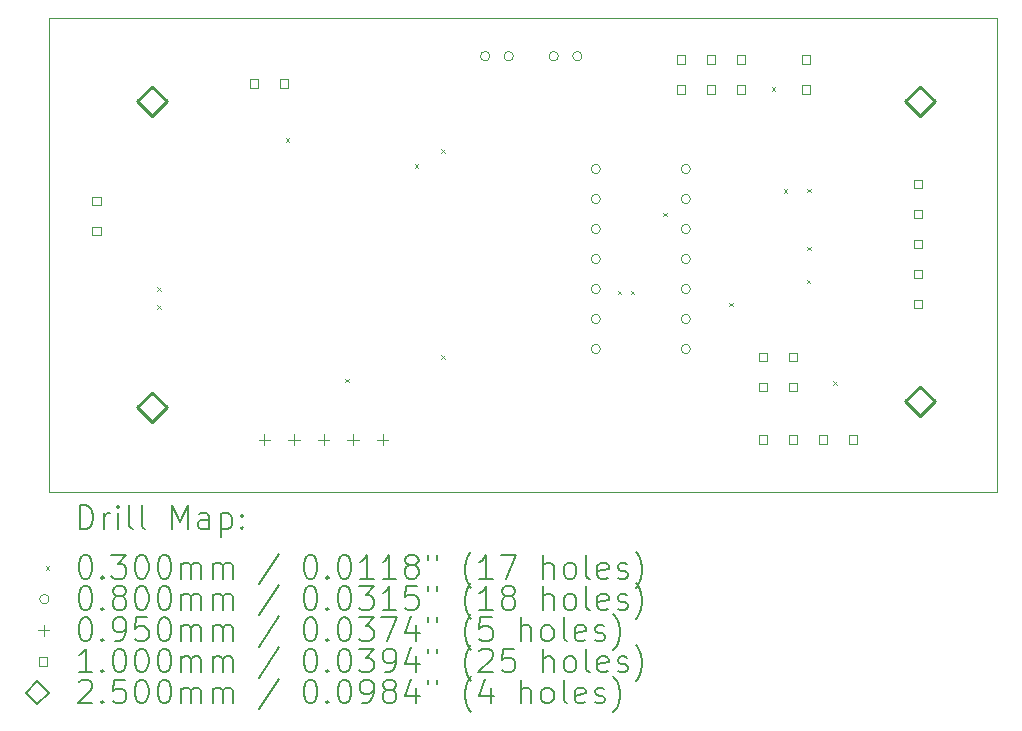
<source format=gbr>
%TF.GenerationSoftware,KiCad,Pcbnew,8.0.1*%
%TF.CreationDate,2024-10-14T21:16:15+02:00*%
%TF.ProjectId,SMD-Loetstation,534d442d-4c6f-4657-9473-746174696f6e,rev?*%
%TF.SameCoordinates,Original*%
%TF.FileFunction,Drillmap*%
%TF.FilePolarity,Positive*%
%FSLAX45Y45*%
G04 Gerber Fmt 4.5, Leading zero omitted, Abs format (unit mm)*
G04 Created by KiCad (PCBNEW 8.0.1) date 2024-10-14 21:16:15*
%MOMM*%
%LPD*%
G01*
G04 APERTURE LIST*
%ADD10C,0.050000*%
%ADD11C,0.200000*%
%ADD12C,0.100000*%
%ADD13C,0.250000*%
G04 APERTURE END LIST*
D10*
X9753600Y-7162800D02*
X17780000Y-7162800D01*
X17780000Y-7162800D02*
X17780000Y-11176000D01*
X17780000Y-11176000D02*
X9753600Y-11176000D01*
X9753600Y-11176000D02*
X9753600Y-7162800D01*
D11*
D12*
X10665700Y-9593820D02*
X10695700Y-9623820D01*
X10695700Y-9593820D02*
X10665700Y-9623820D01*
X10668240Y-9443960D02*
X10698240Y-9473960D01*
X10698240Y-9443960D02*
X10668240Y-9473960D01*
X11752820Y-8182240D02*
X11782820Y-8212240D01*
X11782820Y-8182240D02*
X11752820Y-8212240D01*
X12255740Y-10216480D02*
X12285740Y-10246480D01*
X12285740Y-10216480D02*
X12255740Y-10246480D01*
X12845020Y-8400680D02*
X12875020Y-8430680D01*
X12875020Y-8400680D02*
X12845020Y-8430680D01*
X13068540Y-10016120D02*
X13098540Y-10046120D01*
X13098540Y-10016120D02*
X13068540Y-10046120D01*
X13071080Y-8273680D02*
X13101080Y-8303680D01*
X13101080Y-8273680D02*
X13071080Y-8303680D01*
X14564600Y-9470020D02*
X14594600Y-9500020D01*
X14594600Y-9470020D02*
X14564600Y-9500020D01*
X14673820Y-9472560D02*
X14703820Y-9502560D01*
X14703820Y-9472560D02*
X14673820Y-9502560D01*
X14948140Y-8809620D02*
X14978140Y-8839620D01*
X14978140Y-8809620D02*
X14948140Y-8839620D01*
X15509480Y-9571620D02*
X15539480Y-9601620D01*
X15539480Y-9571620D02*
X15509480Y-9601620D01*
X15867620Y-7747900D02*
X15897620Y-7777900D01*
X15897620Y-7747900D02*
X15867620Y-7777900D01*
X15969220Y-8611500D02*
X15999220Y-8641500D01*
X15999220Y-8611500D02*
X15969220Y-8641500D01*
X16164800Y-9378580D02*
X16194800Y-9408580D01*
X16194800Y-9378580D02*
X16164800Y-9408580D01*
X16167340Y-8608960D02*
X16197340Y-8638960D01*
X16197340Y-8608960D02*
X16167340Y-8638960D01*
X16168610Y-9100450D02*
X16198610Y-9130450D01*
X16198610Y-9100450D02*
X16168610Y-9130450D01*
X16390860Y-10239640D02*
X16420860Y-10269640D01*
X16420860Y-10239640D02*
X16390860Y-10269640D01*
X13482340Y-7486040D02*
G75*
G02*
X13402340Y-7486040I-40000J0D01*
G01*
X13402340Y-7486040D02*
G75*
G02*
X13482340Y-7486040I40000J0D01*
G01*
X13682340Y-7486040D02*
G75*
G02*
X13602340Y-7486040I-40000J0D01*
G01*
X13602340Y-7486040D02*
G75*
G02*
X13682340Y-7486040I40000J0D01*
G01*
X14063340Y-7486040D02*
G75*
G02*
X13983340Y-7486040I-40000J0D01*
G01*
X13983340Y-7486040D02*
G75*
G02*
X14063340Y-7486040I40000J0D01*
G01*
X14263340Y-7486040D02*
G75*
G02*
X14183340Y-7486040I-40000J0D01*
G01*
X14183340Y-7486040D02*
G75*
G02*
X14263340Y-7486040I40000J0D01*
G01*
X14418940Y-8441080D02*
G75*
G02*
X14338940Y-8441080I-40000J0D01*
G01*
X14338940Y-8441080D02*
G75*
G02*
X14418940Y-8441080I40000J0D01*
G01*
X14418940Y-8695080D02*
G75*
G02*
X14338940Y-8695080I-40000J0D01*
G01*
X14338940Y-8695080D02*
G75*
G02*
X14418940Y-8695080I40000J0D01*
G01*
X14418940Y-8949080D02*
G75*
G02*
X14338940Y-8949080I-40000J0D01*
G01*
X14338940Y-8949080D02*
G75*
G02*
X14418940Y-8949080I40000J0D01*
G01*
X14418940Y-9203080D02*
G75*
G02*
X14338940Y-9203080I-40000J0D01*
G01*
X14338940Y-9203080D02*
G75*
G02*
X14418940Y-9203080I40000J0D01*
G01*
X14418940Y-9457080D02*
G75*
G02*
X14338940Y-9457080I-40000J0D01*
G01*
X14338940Y-9457080D02*
G75*
G02*
X14418940Y-9457080I40000J0D01*
G01*
X14418940Y-9711080D02*
G75*
G02*
X14338940Y-9711080I-40000J0D01*
G01*
X14338940Y-9711080D02*
G75*
G02*
X14418940Y-9711080I40000J0D01*
G01*
X14418940Y-9965080D02*
G75*
G02*
X14338940Y-9965080I-40000J0D01*
G01*
X14338940Y-9965080D02*
G75*
G02*
X14418940Y-9965080I40000J0D01*
G01*
X15180940Y-8441080D02*
G75*
G02*
X15100940Y-8441080I-40000J0D01*
G01*
X15100940Y-8441080D02*
G75*
G02*
X15180940Y-8441080I40000J0D01*
G01*
X15180940Y-8695080D02*
G75*
G02*
X15100940Y-8695080I-40000J0D01*
G01*
X15100940Y-8695080D02*
G75*
G02*
X15180940Y-8695080I40000J0D01*
G01*
X15180940Y-8949080D02*
G75*
G02*
X15100940Y-8949080I-40000J0D01*
G01*
X15100940Y-8949080D02*
G75*
G02*
X15180940Y-8949080I40000J0D01*
G01*
X15180940Y-9203080D02*
G75*
G02*
X15100940Y-9203080I-40000J0D01*
G01*
X15100940Y-9203080D02*
G75*
G02*
X15180940Y-9203080I40000J0D01*
G01*
X15180940Y-9457080D02*
G75*
G02*
X15100940Y-9457080I-40000J0D01*
G01*
X15100940Y-9457080D02*
G75*
G02*
X15180940Y-9457080I40000J0D01*
G01*
X15180940Y-9711080D02*
G75*
G02*
X15100940Y-9711080I-40000J0D01*
G01*
X15100940Y-9711080D02*
G75*
G02*
X15180940Y-9711080I40000J0D01*
G01*
X15180940Y-9965080D02*
G75*
G02*
X15100940Y-9965080I-40000J0D01*
G01*
X15100940Y-9965080D02*
G75*
G02*
X15180940Y-9965080I40000J0D01*
G01*
X11574080Y-10687200D02*
X11574080Y-10782200D01*
X11526580Y-10734700D02*
X11621580Y-10734700D01*
X11824080Y-10687200D02*
X11824080Y-10782200D01*
X11776580Y-10734700D02*
X11871580Y-10734700D01*
X12074080Y-10687200D02*
X12074080Y-10782200D01*
X12026580Y-10734700D02*
X12121580Y-10734700D01*
X12324080Y-10687200D02*
X12324080Y-10782200D01*
X12276580Y-10734700D02*
X12371580Y-10734700D01*
X12574080Y-10687200D02*
X12574080Y-10782200D01*
X12526580Y-10734700D02*
X12621580Y-10734700D01*
X10187736Y-8747056D02*
X10187736Y-8676344D01*
X10117024Y-8676344D01*
X10117024Y-8747056D01*
X10187736Y-8747056D01*
X10187736Y-9001056D02*
X10187736Y-8930344D01*
X10117024Y-8930344D01*
X10117024Y-9001056D01*
X10187736Y-9001056D01*
X11522696Y-7752536D02*
X11522696Y-7681824D01*
X11451984Y-7681824D01*
X11451984Y-7752536D01*
X11522696Y-7752536D01*
X11772696Y-7752536D02*
X11772696Y-7681824D01*
X11701984Y-7681824D01*
X11701984Y-7752536D01*
X11772696Y-7752536D01*
X15138196Y-7549336D02*
X15138196Y-7478624D01*
X15067484Y-7478624D01*
X15067484Y-7549336D01*
X15138196Y-7549336D01*
X15138196Y-7803336D02*
X15138196Y-7732624D01*
X15067484Y-7732624D01*
X15067484Y-7803336D01*
X15138196Y-7803336D01*
X15392196Y-7549336D02*
X15392196Y-7478624D01*
X15321484Y-7478624D01*
X15321484Y-7549336D01*
X15392196Y-7549336D01*
X15392196Y-7803336D02*
X15392196Y-7732624D01*
X15321484Y-7732624D01*
X15321484Y-7803336D01*
X15392196Y-7803336D01*
X15646196Y-7549336D02*
X15646196Y-7478624D01*
X15575484Y-7478624D01*
X15575484Y-7549336D01*
X15646196Y-7549336D01*
X15646196Y-7803336D02*
X15646196Y-7732624D01*
X15575484Y-7732624D01*
X15575484Y-7803336D01*
X15646196Y-7803336D01*
X15831616Y-10069016D02*
X15831616Y-9998304D01*
X15760904Y-9998304D01*
X15760904Y-10069016D01*
X15831616Y-10069016D01*
X15831616Y-10323016D02*
X15831616Y-10252304D01*
X15760904Y-10252304D01*
X15760904Y-10323016D01*
X15831616Y-10323016D01*
X15831616Y-10766246D02*
X15831616Y-10695534D01*
X15760904Y-10695534D01*
X15760904Y-10766246D01*
X15831616Y-10766246D01*
X16085616Y-10069016D02*
X16085616Y-9998304D01*
X16014904Y-9998304D01*
X16014904Y-10069016D01*
X16085616Y-10069016D01*
X16085616Y-10323016D02*
X16085616Y-10252304D01*
X16014904Y-10252304D01*
X16014904Y-10323016D01*
X16085616Y-10323016D01*
X16085616Y-10766246D02*
X16085616Y-10695534D01*
X16014904Y-10695534D01*
X16014904Y-10766246D01*
X16085616Y-10766246D01*
X16192296Y-7549336D02*
X16192296Y-7478624D01*
X16121584Y-7478624D01*
X16121584Y-7549336D01*
X16192296Y-7549336D01*
X16192296Y-7803336D02*
X16192296Y-7732624D01*
X16121584Y-7732624D01*
X16121584Y-7803336D01*
X16192296Y-7803336D01*
X16339616Y-10766246D02*
X16339616Y-10695534D01*
X16268904Y-10695534D01*
X16268904Y-10766246D01*
X16339616Y-10766246D01*
X16593616Y-10766246D02*
X16593616Y-10695534D01*
X16522904Y-10695534D01*
X16522904Y-10766246D01*
X16593616Y-10766246D01*
X17144796Y-8603436D02*
X17144796Y-8532724D01*
X17074084Y-8532724D01*
X17074084Y-8603436D01*
X17144796Y-8603436D01*
X17144796Y-8857436D02*
X17144796Y-8786724D01*
X17074084Y-8786724D01*
X17074084Y-8857436D01*
X17144796Y-8857436D01*
X17144796Y-9111436D02*
X17144796Y-9040724D01*
X17074084Y-9040724D01*
X17074084Y-9111436D01*
X17144796Y-9111436D01*
X17144796Y-9365436D02*
X17144796Y-9294724D01*
X17074084Y-9294724D01*
X17074084Y-9365436D01*
X17144796Y-9365436D01*
X17144796Y-9619436D02*
X17144796Y-9548724D01*
X17074084Y-9548724D01*
X17074084Y-9619436D01*
X17144796Y-9619436D01*
D13*
X10619740Y-7994580D02*
X10744740Y-7869580D01*
X10619740Y-7744580D01*
X10494740Y-7869580D01*
X10619740Y-7994580D01*
X10619740Y-10585380D02*
X10744740Y-10460380D01*
X10619740Y-10335380D01*
X10494740Y-10460380D01*
X10619740Y-10585380D01*
X17122140Y-7994580D02*
X17247140Y-7869580D01*
X17122140Y-7744580D01*
X16997140Y-7869580D01*
X17122140Y-7994580D01*
X17122140Y-10534580D02*
X17247140Y-10409580D01*
X17122140Y-10284580D01*
X16997140Y-10409580D01*
X17122140Y-10534580D01*
D11*
X10011877Y-11489984D02*
X10011877Y-11289984D01*
X10011877Y-11289984D02*
X10059496Y-11289984D01*
X10059496Y-11289984D02*
X10088067Y-11299508D01*
X10088067Y-11299508D02*
X10107115Y-11318555D01*
X10107115Y-11318555D02*
X10116639Y-11337603D01*
X10116639Y-11337603D02*
X10126163Y-11375698D01*
X10126163Y-11375698D02*
X10126163Y-11404269D01*
X10126163Y-11404269D02*
X10116639Y-11442365D01*
X10116639Y-11442365D02*
X10107115Y-11461412D01*
X10107115Y-11461412D02*
X10088067Y-11480460D01*
X10088067Y-11480460D02*
X10059496Y-11489984D01*
X10059496Y-11489984D02*
X10011877Y-11489984D01*
X10211877Y-11489984D02*
X10211877Y-11356650D01*
X10211877Y-11394746D02*
X10221401Y-11375698D01*
X10221401Y-11375698D02*
X10230924Y-11366174D01*
X10230924Y-11366174D02*
X10249972Y-11356650D01*
X10249972Y-11356650D02*
X10269020Y-11356650D01*
X10335686Y-11489984D02*
X10335686Y-11356650D01*
X10335686Y-11289984D02*
X10326163Y-11299508D01*
X10326163Y-11299508D02*
X10335686Y-11309031D01*
X10335686Y-11309031D02*
X10345210Y-11299508D01*
X10345210Y-11299508D02*
X10335686Y-11289984D01*
X10335686Y-11289984D02*
X10335686Y-11309031D01*
X10459496Y-11489984D02*
X10440448Y-11480460D01*
X10440448Y-11480460D02*
X10430924Y-11461412D01*
X10430924Y-11461412D02*
X10430924Y-11289984D01*
X10564258Y-11489984D02*
X10545210Y-11480460D01*
X10545210Y-11480460D02*
X10535686Y-11461412D01*
X10535686Y-11461412D02*
X10535686Y-11289984D01*
X10792829Y-11489984D02*
X10792829Y-11289984D01*
X10792829Y-11289984D02*
X10859496Y-11432841D01*
X10859496Y-11432841D02*
X10926163Y-11289984D01*
X10926163Y-11289984D02*
X10926163Y-11489984D01*
X11107115Y-11489984D02*
X11107115Y-11385222D01*
X11107115Y-11385222D02*
X11097591Y-11366174D01*
X11097591Y-11366174D02*
X11078544Y-11356650D01*
X11078544Y-11356650D02*
X11040448Y-11356650D01*
X11040448Y-11356650D02*
X11021401Y-11366174D01*
X11107115Y-11480460D02*
X11088067Y-11489984D01*
X11088067Y-11489984D02*
X11040448Y-11489984D01*
X11040448Y-11489984D02*
X11021401Y-11480460D01*
X11021401Y-11480460D02*
X11011877Y-11461412D01*
X11011877Y-11461412D02*
X11011877Y-11442365D01*
X11011877Y-11442365D02*
X11021401Y-11423317D01*
X11021401Y-11423317D02*
X11040448Y-11413793D01*
X11040448Y-11413793D02*
X11088067Y-11413793D01*
X11088067Y-11413793D02*
X11107115Y-11404269D01*
X11202353Y-11356650D02*
X11202353Y-11556650D01*
X11202353Y-11366174D02*
X11221401Y-11356650D01*
X11221401Y-11356650D02*
X11259496Y-11356650D01*
X11259496Y-11356650D02*
X11278543Y-11366174D01*
X11278543Y-11366174D02*
X11288067Y-11375698D01*
X11288067Y-11375698D02*
X11297591Y-11394746D01*
X11297591Y-11394746D02*
X11297591Y-11451888D01*
X11297591Y-11451888D02*
X11288067Y-11470936D01*
X11288067Y-11470936D02*
X11278543Y-11480460D01*
X11278543Y-11480460D02*
X11259496Y-11489984D01*
X11259496Y-11489984D02*
X11221401Y-11489984D01*
X11221401Y-11489984D02*
X11202353Y-11480460D01*
X11383305Y-11470936D02*
X11392829Y-11480460D01*
X11392829Y-11480460D02*
X11383305Y-11489984D01*
X11383305Y-11489984D02*
X11373782Y-11480460D01*
X11373782Y-11480460D02*
X11383305Y-11470936D01*
X11383305Y-11470936D02*
X11383305Y-11489984D01*
X11383305Y-11366174D02*
X11392829Y-11375698D01*
X11392829Y-11375698D02*
X11383305Y-11385222D01*
X11383305Y-11385222D02*
X11373782Y-11375698D01*
X11373782Y-11375698D02*
X11383305Y-11366174D01*
X11383305Y-11366174D02*
X11383305Y-11385222D01*
D12*
X9721100Y-11803500D02*
X9751100Y-11833500D01*
X9751100Y-11803500D02*
X9721100Y-11833500D01*
D11*
X10049972Y-11709984D02*
X10069020Y-11709984D01*
X10069020Y-11709984D02*
X10088067Y-11719508D01*
X10088067Y-11719508D02*
X10097591Y-11729031D01*
X10097591Y-11729031D02*
X10107115Y-11748079D01*
X10107115Y-11748079D02*
X10116639Y-11786174D01*
X10116639Y-11786174D02*
X10116639Y-11833793D01*
X10116639Y-11833793D02*
X10107115Y-11871888D01*
X10107115Y-11871888D02*
X10097591Y-11890936D01*
X10097591Y-11890936D02*
X10088067Y-11900460D01*
X10088067Y-11900460D02*
X10069020Y-11909984D01*
X10069020Y-11909984D02*
X10049972Y-11909984D01*
X10049972Y-11909984D02*
X10030924Y-11900460D01*
X10030924Y-11900460D02*
X10021401Y-11890936D01*
X10021401Y-11890936D02*
X10011877Y-11871888D01*
X10011877Y-11871888D02*
X10002353Y-11833793D01*
X10002353Y-11833793D02*
X10002353Y-11786174D01*
X10002353Y-11786174D02*
X10011877Y-11748079D01*
X10011877Y-11748079D02*
X10021401Y-11729031D01*
X10021401Y-11729031D02*
X10030924Y-11719508D01*
X10030924Y-11719508D02*
X10049972Y-11709984D01*
X10202353Y-11890936D02*
X10211877Y-11900460D01*
X10211877Y-11900460D02*
X10202353Y-11909984D01*
X10202353Y-11909984D02*
X10192829Y-11900460D01*
X10192829Y-11900460D02*
X10202353Y-11890936D01*
X10202353Y-11890936D02*
X10202353Y-11909984D01*
X10278544Y-11709984D02*
X10402353Y-11709984D01*
X10402353Y-11709984D02*
X10335686Y-11786174D01*
X10335686Y-11786174D02*
X10364258Y-11786174D01*
X10364258Y-11786174D02*
X10383305Y-11795698D01*
X10383305Y-11795698D02*
X10392829Y-11805222D01*
X10392829Y-11805222D02*
X10402353Y-11824269D01*
X10402353Y-11824269D02*
X10402353Y-11871888D01*
X10402353Y-11871888D02*
X10392829Y-11890936D01*
X10392829Y-11890936D02*
X10383305Y-11900460D01*
X10383305Y-11900460D02*
X10364258Y-11909984D01*
X10364258Y-11909984D02*
X10307115Y-11909984D01*
X10307115Y-11909984D02*
X10288067Y-11900460D01*
X10288067Y-11900460D02*
X10278544Y-11890936D01*
X10526163Y-11709984D02*
X10545210Y-11709984D01*
X10545210Y-11709984D02*
X10564258Y-11719508D01*
X10564258Y-11719508D02*
X10573782Y-11729031D01*
X10573782Y-11729031D02*
X10583305Y-11748079D01*
X10583305Y-11748079D02*
X10592829Y-11786174D01*
X10592829Y-11786174D02*
X10592829Y-11833793D01*
X10592829Y-11833793D02*
X10583305Y-11871888D01*
X10583305Y-11871888D02*
X10573782Y-11890936D01*
X10573782Y-11890936D02*
X10564258Y-11900460D01*
X10564258Y-11900460D02*
X10545210Y-11909984D01*
X10545210Y-11909984D02*
X10526163Y-11909984D01*
X10526163Y-11909984D02*
X10507115Y-11900460D01*
X10507115Y-11900460D02*
X10497591Y-11890936D01*
X10497591Y-11890936D02*
X10488067Y-11871888D01*
X10488067Y-11871888D02*
X10478544Y-11833793D01*
X10478544Y-11833793D02*
X10478544Y-11786174D01*
X10478544Y-11786174D02*
X10488067Y-11748079D01*
X10488067Y-11748079D02*
X10497591Y-11729031D01*
X10497591Y-11729031D02*
X10507115Y-11719508D01*
X10507115Y-11719508D02*
X10526163Y-11709984D01*
X10716639Y-11709984D02*
X10735686Y-11709984D01*
X10735686Y-11709984D02*
X10754734Y-11719508D01*
X10754734Y-11719508D02*
X10764258Y-11729031D01*
X10764258Y-11729031D02*
X10773782Y-11748079D01*
X10773782Y-11748079D02*
X10783305Y-11786174D01*
X10783305Y-11786174D02*
X10783305Y-11833793D01*
X10783305Y-11833793D02*
X10773782Y-11871888D01*
X10773782Y-11871888D02*
X10764258Y-11890936D01*
X10764258Y-11890936D02*
X10754734Y-11900460D01*
X10754734Y-11900460D02*
X10735686Y-11909984D01*
X10735686Y-11909984D02*
X10716639Y-11909984D01*
X10716639Y-11909984D02*
X10697591Y-11900460D01*
X10697591Y-11900460D02*
X10688067Y-11890936D01*
X10688067Y-11890936D02*
X10678544Y-11871888D01*
X10678544Y-11871888D02*
X10669020Y-11833793D01*
X10669020Y-11833793D02*
X10669020Y-11786174D01*
X10669020Y-11786174D02*
X10678544Y-11748079D01*
X10678544Y-11748079D02*
X10688067Y-11729031D01*
X10688067Y-11729031D02*
X10697591Y-11719508D01*
X10697591Y-11719508D02*
X10716639Y-11709984D01*
X10869020Y-11909984D02*
X10869020Y-11776650D01*
X10869020Y-11795698D02*
X10878544Y-11786174D01*
X10878544Y-11786174D02*
X10897591Y-11776650D01*
X10897591Y-11776650D02*
X10926163Y-11776650D01*
X10926163Y-11776650D02*
X10945210Y-11786174D01*
X10945210Y-11786174D02*
X10954734Y-11805222D01*
X10954734Y-11805222D02*
X10954734Y-11909984D01*
X10954734Y-11805222D02*
X10964258Y-11786174D01*
X10964258Y-11786174D02*
X10983305Y-11776650D01*
X10983305Y-11776650D02*
X11011877Y-11776650D01*
X11011877Y-11776650D02*
X11030925Y-11786174D01*
X11030925Y-11786174D02*
X11040448Y-11805222D01*
X11040448Y-11805222D02*
X11040448Y-11909984D01*
X11135686Y-11909984D02*
X11135686Y-11776650D01*
X11135686Y-11795698D02*
X11145210Y-11786174D01*
X11145210Y-11786174D02*
X11164258Y-11776650D01*
X11164258Y-11776650D02*
X11192829Y-11776650D01*
X11192829Y-11776650D02*
X11211877Y-11786174D01*
X11211877Y-11786174D02*
X11221401Y-11805222D01*
X11221401Y-11805222D02*
X11221401Y-11909984D01*
X11221401Y-11805222D02*
X11230924Y-11786174D01*
X11230924Y-11786174D02*
X11249972Y-11776650D01*
X11249972Y-11776650D02*
X11278543Y-11776650D01*
X11278543Y-11776650D02*
X11297591Y-11786174D01*
X11297591Y-11786174D02*
X11307115Y-11805222D01*
X11307115Y-11805222D02*
X11307115Y-11909984D01*
X11697591Y-11700460D02*
X11526163Y-11957603D01*
X11954734Y-11709984D02*
X11973782Y-11709984D01*
X11973782Y-11709984D02*
X11992829Y-11719508D01*
X11992829Y-11719508D02*
X12002353Y-11729031D01*
X12002353Y-11729031D02*
X12011877Y-11748079D01*
X12011877Y-11748079D02*
X12021401Y-11786174D01*
X12021401Y-11786174D02*
X12021401Y-11833793D01*
X12021401Y-11833793D02*
X12011877Y-11871888D01*
X12011877Y-11871888D02*
X12002353Y-11890936D01*
X12002353Y-11890936D02*
X11992829Y-11900460D01*
X11992829Y-11900460D02*
X11973782Y-11909984D01*
X11973782Y-11909984D02*
X11954734Y-11909984D01*
X11954734Y-11909984D02*
X11935686Y-11900460D01*
X11935686Y-11900460D02*
X11926163Y-11890936D01*
X11926163Y-11890936D02*
X11916639Y-11871888D01*
X11916639Y-11871888D02*
X11907115Y-11833793D01*
X11907115Y-11833793D02*
X11907115Y-11786174D01*
X11907115Y-11786174D02*
X11916639Y-11748079D01*
X11916639Y-11748079D02*
X11926163Y-11729031D01*
X11926163Y-11729031D02*
X11935686Y-11719508D01*
X11935686Y-11719508D02*
X11954734Y-11709984D01*
X12107115Y-11890936D02*
X12116639Y-11900460D01*
X12116639Y-11900460D02*
X12107115Y-11909984D01*
X12107115Y-11909984D02*
X12097591Y-11900460D01*
X12097591Y-11900460D02*
X12107115Y-11890936D01*
X12107115Y-11890936D02*
X12107115Y-11909984D01*
X12240448Y-11709984D02*
X12259496Y-11709984D01*
X12259496Y-11709984D02*
X12278544Y-11719508D01*
X12278544Y-11719508D02*
X12288067Y-11729031D01*
X12288067Y-11729031D02*
X12297591Y-11748079D01*
X12297591Y-11748079D02*
X12307115Y-11786174D01*
X12307115Y-11786174D02*
X12307115Y-11833793D01*
X12307115Y-11833793D02*
X12297591Y-11871888D01*
X12297591Y-11871888D02*
X12288067Y-11890936D01*
X12288067Y-11890936D02*
X12278544Y-11900460D01*
X12278544Y-11900460D02*
X12259496Y-11909984D01*
X12259496Y-11909984D02*
X12240448Y-11909984D01*
X12240448Y-11909984D02*
X12221401Y-11900460D01*
X12221401Y-11900460D02*
X12211877Y-11890936D01*
X12211877Y-11890936D02*
X12202353Y-11871888D01*
X12202353Y-11871888D02*
X12192829Y-11833793D01*
X12192829Y-11833793D02*
X12192829Y-11786174D01*
X12192829Y-11786174D02*
X12202353Y-11748079D01*
X12202353Y-11748079D02*
X12211877Y-11729031D01*
X12211877Y-11729031D02*
X12221401Y-11719508D01*
X12221401Y-11719508D02*
X12240448Y-11709984D01*
X12497591Y-11909984D02*
X12383306Y-11909984D01*
X12440448Y-11909984D02*
X12440448Y-11709984D01*
X12440448Y-11709984D02*
X12421401Y-11738555D01*
X12421401Y-11738555D02*
X12402353Y-11757603D01*
X12402353Y-11757603D02*
X12383306Y-11767127D01*
X12688067Y-11909984D02*
X12573782Y-11909984D01*
X12630925Y-11909984D02*
X12630925Y-11709984D01*
X12630925Y-11709984D02*
X12611877Y-11738555D01*
X12611877Y-11738555D02*
X12592829Y-11757603D01*
X12592829Y-11757603D02*
X12573782Y-11767127D01*
X12802353Y-11795698D02*
X12783306Y-11786174D01*
X12783306Y-11786174D02*
X12773782Y-11776650D01*
X12773782Y-11776650D02*
X12764258Y-11757603D01*
X12764258Y-11757603D02*
X12764258Y-11748079D01*
X12764258Y-11748079D02*
X12773782Y-11729031D01*
X12773782Y-11729031D02*
X12783306Y-11719508D01*
X12783306Y-11719508D02*
X12802353Y-11709984D01*
X12802353Y-11709984D02*
X12840448Y-11709984D01*
X12840448Y-11709984D02*
X12859496Y-11719508D01*
X12859496Y-11719508D02*
X12869020Y-11729031D01*
X12869020Y-11729031D02*
X12878544Y-11748079D01*
X12878544Y-11748079D02*
X12878544Y-11757603D01*
X12878544Y-11757603D02*
X12869020Y-11776650D01*
X12869020Y-11776650D02*
X12859496Y-11786174D01*
X12859496Y-11786174D02*
X12840448Y-11795698D01*
X12840448Y-11795698D02*
X12802353Y-11795698D01*
X12802353Y-11795698D02*
X12783306Y-11805222D01*
X12783306Y-11805222D02*
X12773782Y-11814746D01*
X12773782Y-11814746D02*
X12764258Y-11833793D01*
X12764258Y-11833793D02*
X12764258Y-11871888D01*
X12764258Y-11871888D02*
X12773782Y-11890936D01*
X12773782Y-11890936D02*
X12783306Y-11900460D01*
X12783306Y-11900460D02*
X12802353Y-11909984D01*
X12802353Y-11909984D02*
X12840448Y-11909984D01*
X12840448Y-11909984D02*
X12859496Y-11900460D01*
X12859496Y-11900460D02*
X12869020Y-11890936D01*
X12869020Y-11890936D02*
X12878544Y-11871888D01*
X12878544Y-11871888D02*
X12878544Y-11833793D01*
X12878544Y-11833793D02*
X12869020Y-11814746D01*
X12869020Y-11814746D02*
X12859496Y-11805222D01*
X12859496Y-11805222D02*
X12840448Y-11795698D01*
X12954734Y-11709984D02*
X12954734Y-11748079D01*
X13030925Y-11709984D02*
X13030925Y-11748079D01*
X13326163Y-11986174D02*
X13316639Y-11976650D01*
X13316639Y-11976650D02*
X13297591Y-11948079D01*
X13297591Y-11948079D02*
X13288068Y-11929031D01*
X13288068Y-11929031D02*
X13278544Y-11900460D01*
X13278544Y-11900460D02*
X13269020Y-11852841D01*
X13269020Y-11852841D02*
X13269020Y-11814746D01*
X13269020Y-11814746D02*
X13278544Y-11767127D01*
X13278544Y-11767127D02*
X13288068Y-11738555D01*
X13288068Y-11738555D02*
X13297591Y-11719508D01*
X13297591Y-11719508D02*
X13316639Y-11690936D01*
X13316639Y-11690936D02*
X13326163Y-11681412D01*
X13507115Y-11909984D02*
X13392829Y-11909984D01*
X13449972Y-11909984D02*
X13449972Y-11709984D01*
X13449972Y-11709984D02*
X13430925Y-11738555D01*
X13430925Y-11738555D02*
X13411877Y-11757603D01*
X13411877Y-11757603D02*
X13392829Y-11767127D01*
X13573782Y-11709984D02*
X13707115Y-11709984D01*
X13707115Y-11709984D02*
X13621401Y-11909984D01*
X13935687Y-11909984D02*
X13935687Y-11709984D01*
X14021401Y-11909984D02*
X14021401Y-11805222D01*
X14021401Y-11805222D02*
X14011877Y-11786174D01*
X14011877Y-11786174D02*
X13992830Y-11776650D01*
X13992830Y-11776650D02*
X13964258Y-11776650D01*
X13964258Y-11776650D02*
X13945210Y-11786174D01*
X13945210Y-11786174D02*
X13935687Y-11795698D01*
X14145210Y-11909984D02*
X14126163Y-11900460D01*
X14126163Y-11900460D02*
X14116639Y-11890936D01*
X14116639Y-11890936D02*
X14107115Y-11871888D01*
X14107115Y-11871888D02*
X14107115Y-11814746D01*
X14107115Y-11814746D02*
X14116639Y-11795698D01*
X14116639Y-11795698D02*
X14126163Y-11786174D01*
X14126163Y-11786174D02*
X14145210Y-11776650D01*
X14145210Y-11776650D02*
X14173782Y-11776650D01*
X14173782Y-11776650D02*
X14192830Y-11786174D01*
X14192830Y-11786174D02*
X14202353Y-11795698D01*
X14202353Y-11795698D02*
X14211877Y-11814746D01*
X14211877Y-11814746D02*
X14211877Y-11871888D01*
X14211877Y-11871888D02*
X14202353Y-11890936D01*
X14202353Y-11890936D02*
X14192830Y-11900460D01*
X14192830Y-11900460D02*
X14173782Y-11909984D01*
X14173782Y-11909984D02*
X14145210Y-11909984D01*
X14326163Y-11909984D02*
X14307115Y-11900460D01*
X14307115Y-11900460D02*
X14297591Y-11881412D01*
X14297591Y-11881412D02*
X14297591Y-11709984D01*
X14478544Y-11900460D02*
X14459496Y-11909984D01*
X14459496Y-11909984D02*
X14421401Y-11909984D01*
X14421401Y-11909984D02*
X14402353Y-11900460D01*
X14402353Y-11900460D02*
X14392830Y-11881412D01*
X14392830Y-11881412D02*
X14392830Y-11805222D01*
X14392830Y-11805222D02*
X14402353Y-11786174D01*
X14402353Y-11786174D02*
X14421401Y-11776650D01*
X14421401Y-11776650D02*
X14459496Y-11776650D01*
X14459496Y-11776650D02*
X14478544Y-11786174D01*
X14478544Y-11786174D02*
X14488068Y-11805222D01*
X14488068Y-11805222D02*
X14488068Y-11824269D01*
X14488068Y-11824269D02*
X14392830Y-11843317D01*
X14564258Y-11900460D02*
X14583306Y-11909984D01*
X14583306Y-11909984D02*
X14621401Y-11909984D01*
X14621401Y-11909984D02*
X14640449Y-11900460D01*
X14640449Y-11900460D02*
X14649972Y-11881412D01*
X14649972Y-11881412D02*
X14649972Y-11871888D01*
X14649972Y-11871888D02*
X14640449Y-11852841D01*
X14640449Y-11852841D02*
X14621401Y-11843317D01*
X14621401Y-11843317D02*
X14592830Y-11843317D01*
X14592830Y-11843317D02*
X14573782Y-11833793D01*
X14573782Y-11833793D02*
X14564258Y-11814746D01*
X14564258Y-11814746D02*
X14564258Y-11805222D01*
X14564258Y-11805222D02*
X14573782Y-11786174D01*
X14573782Y-11786174D02*
X14592830Y-11776650D01*
X14592830Y-11776650D02*
X14621401Y-11776650D01*
X14621401Y-11776650D02*
X14640449Y-11786174D01*
X14716639Y-11986174D02*
X14726163Y-11976650D01*
X14726163Y-11976650D02*
X14745211Y-11948079D01*
X14745211Y-11948079D02*
X14754734Y-11929031D01*
X14754734Y-11929031D02*
X14764258Y-11900460D01*
X14764258Y-11900460D02*
X14773782Y-11852841D01*
X14773782Y-11852841D02*
X14773782Y-11814746D01*
X14773782Y-11814746D02*
X14764258Y-11767127D01*
X14764258Y-11767127D02*
X14754734Y-11738555D01*
X14754734Y-11738555D02*
X14745211Y-11719508D01*
X14745211Y-11719508D02*
X14726163Y-11690936D01*
X14726163Y-11690936D02*
X14716639Y-11681412D01*
D12*
X9751100Y-12082500D02*
G75*
G02*
X9671100Y-12082500I-40000J0D01*
G01*
X9671100Y-12082500D02*
G75*
G02*
X9751100Y-12082500I40000J0D01*
G01*
D11*
X10049972Y-11973984D02*
X10069020Y-11973984D01*
X10069020Y-11973984D02*
X10088067Y-11983508D01*
X10088067Y-11983508D02*
X10097591Y-11993031D01*
X10097591Y-11993031D02*
X10107115Y-12012079D01*
X10107115Y-12012079D02*
X10116639Y-12050174D01*
X10116639Y-12050174D02*
X10116639Y-12097793D01*
X10116639Y-12097793D02*
X10107115Y-12135888D01*
X10107115Y-12135888D02*
X10097591Y-12154936D01*
X10097591Y-12154936D02*
X10088067Y-12164460D01*
X10088067Y-12164460D02*
X10069020Y-12173984D01*
X10069020Y-12173984D02*
X10049972Y-12173984D01*
X10049972Y-12173984D02*
X10030924Y-12164460D01*
X10030924Y-12164460D02*
X10021401Y-12154936D01*
X10021401Y-12154936D02*
X10011877Y-12135888D01*
X10011877Y-12135888D02*
X10002353Y-12097793D01*
X10002353Y-12097793D02*
X10002353Y-12050174D01*
X10002353Y-12050174D02*
X10011877Y-12012079D01*
X10011877Y-12012079D02*
X10021401Y-11993031D01*
X10021401Y-11993031D02*
X10030924Y-11983508D01*
X10030924Y-11983508D02*
X10049972Y-11973984D01*
X10202353Y-12154936D02*
X10211877Y-12164460D01*
X10211877Y-12164460D02*
X10202353Y-12173984D01*
X10202353Y-12173984D02*
X10192829Y-12164460D01*
X10192829Y-12164460D02*
X10202353Y-12154936D01*
X10202353Y-12154936D02*
X10202353Y-12173984D01*
X10326163Y-12059698D02*
X10307115Y-12050174D01*
X10307115Y-12050174D02*
X10297591Y-12040650D01*
X10297591Y-12040650D02*
X10288067Y-12021603D01*
X10288067Y-12021603D02*
X10288067Y-12012079D01*
X10288067Y-12012079D02*
X10297591Y-11993031D01*
X10297591Y-11993031D02*
X10307115Y-11983508D01*
X10307115Y-11983508D02*
X10326163Y-11973984D01*
X10326163Y-11973984D02*
X10364258Y-11973984D01*
X10364258Y-11973984D02*
X10383305Y-11983508D01*
X10383305Y-11983508D02*
X10392829Y-11993031D01*
X10392829Y-11993031D02*
X10402353Y-12012079D01*
X10402353Y-12012079D02*
X10402353Y-12021603D01*
X10402353Y-12021603D02*
X10392829Y-12040650D01*
X10392829Y-12040650D02*
X10383305Y-12050174D01*
X10383305Y-12050174D02*
X10364258Y-12059698D01*
X10364258Y-12059698D02*
X10326163Y-12059698D01*
X10326163Y-12059698D02*
X10307115Y-12069222D01*
X10307115Y-12069222D02*
X10297591Y-12078746D01*
X10297591Y-12078746D02*
X10288067Y-12097793D01*
X10288067Y-12097793D02*
X10288067Y-12135888D01*
X10288067Y-12135888D02*
X10297591Y-12154936D01*
X10297591Y-12154936D02*
X10307115Y-12164460D01*
X10307115Y-12164460D02*
X10326163Y-12173984D01*
X10326163Y-12173984D02*
X10364258Y-12173984D01*
X10364258Y-12173984D02*
X10383305Y-12164460D01*
X10383305Y-12164460D02*
X10392829Y-12154936D01*
X10392829Y-12154936D02*
X10402353Y-12135888D01*
X10402353Y-12135888D02*
X10402353Y-12097793D01*
X10402353Y-12097793D02*
X10392829Y-12078746D01*
X10392829Y-12078746D02*
X10383305Y-12069222D01*
X10383305Y-12069222D02*
X10364258Y-12059698D01*
X10526163Y-11973984D02*
X10545210Y-11973984D01*
X10545210Y-11973984D02*
X10564258Y-11983508D01*
X10564258Y-11983508D02*
X10573782Y-11993031D01*
X10573782Y-11993031D02*
X10583305Y-12012079D01*
X10583305Y-12012079D02*
X10592829Y-12050174D01*
X10592829Y-12050174D02*
X10592829Y-12097793D01*
X10592829Y-12097793D02*
X10583305Y-12135888D01*
X10583305Y-12135888D02*
X10573782Y-12154936D01*
X10573782Y-12154936D02*
X10564258Y-12164460D01*
X10564258Y-12164460D02*
X10545210Y-12173984D01*
X10545210Y-12173984D02*
X10526163Y-12173984D01*
X10526163Y-12173984D02*
X10507115Y-12164460D01*
X10507115Y-12164460D02*
X10497591Y-12154936D01*
X10497591Y-12154936D02*
X10488067Y-12135888D01*
X10488067Y-12135888D02*
X10478544Y-12097793D01*
X10478544Y-12097793D02*
X10478544Y-12050174D01*
X10478544Y-12050174D02*
X10488067Y-12012079D01*
X10488067Y-12012079D02*
X10497591Y-11993031D01*
X10497591Y-11993031D02*
X10507115Y-11983508D01*
X10507115Y-11983508D02*
X10526163Y-11973984D01*
X10716639Y-11973984D02*
X10735686Y-11973984D01*
X10735686Y-11973984D02*
X10754734Y-11983508D01*
X10754734Y-11983508D02*
X10764258Y-11993031D01*
X10764258Y-11993031D02*
X10773782Y-12012079D01*
X10773782Y-12012079D02*
X10783305Y-12050174D01*
X10783305Y-12050174D02*
X10783305Y-12097793D01*
X10783305Y-12097793D02*
X10773782Y-12135888D01*
X10773782Y-12135888D02*
X10764258Y-12154936D01*
X10764258Y-12154936D02*
X10754734Y-12164460D01*
X10754734Y-12164460D02*
X10735686Y-12173984D01*
X10735686Y-12173984D02*
X10716639Y-12173984D01*
X10716639Y-12173984D02*
X10697591Y-12164460D01*
X10697591Y-12164460D02*
X10688067Y-12154936D01*
X10688067Y-12154936D02*
X10678544Y-12135888D01*
X10678544Y-12135888D02*
X10669020Y-12097793D01*
X10669020Y-12097793D02*
X10669020Y-12050174D01*
X10669020Y-12050174D02*
X10678544Y-12012079D01*
X10678544Y-12012079D02*
X10688067Y-11993031D01*
X10688067Y-11993031D02*
X10697591Y-11983508D01*
X10697591Y-11983508D02*
X10716639Y-11973984D01*
X10869020Y-12173984D02*
X10869020Y-12040650D01*
X10869020Y-12059698D02*
X10878544Y-12050174D01*
X10878544Y-12050174D02*
X10897591Y-12040650D01*
X10897591Y-12040650D02*
X10926163Y-12040650D01*
X10926163Y-12040650D02*
X10945210Y-12050174D01*
X10945210Y-12050174D02*
X10954734Y-12069222D01*
X10954734Y-12069222D02*
X10954734Y-12173984D01*
X10954734Y-12069222D02*
X10964258Y-12050174D01*
X10964258Y-12050174D02*
X10983305Y-12040650D01*
X10983305Y-12040650D02*
X11011877Y-12040650D01*
X11011877Y-12040650D02*
X11030925Y-12050174D01*
X11030925Y-12050174D02*
X11040448Y-12069222D01*
X11040448Y-12069222D02*
X11040448Y-12173984D01*
X11135686Y-12173984D02*
X11135686Y-12040650D01*
X11135686Y-12059698D02*
X11145210Y-12050174D01*
X11145210Y-12050174D02*
X11164258Y-12040650D01*
X11164258Y-12040650D02*
X11192829Y-12040650D01*
X11192829Y-12040650D02*
X11211877Y-12050174D01*
X11211877Y-12050174D02*
X11221401Y-12069222D01*
X11221401Y-12069222D02*
X11221401Y-12173984D01*
X11221401Y-12069222D02*
X11230924Y-12050174D01*
X11230924Y-12050174D02*
X11249972Y-12040650D01*
X11249972Y-12040650D02*
X11278543Y-12040650D01*
X11278543Y-12040650D02*
X11297591Y-12050174D01*
X11297591Y-12050174D02*
X11307115Y-12069222D01*
X11307115Y-12069222D02*
X11307115Y-12173984D01*
X11697591Y-11964460D02*
X11526163Y-12221603D01*
X11954734Y-11973984D02*
X11973782Y-11973984D01*
X11973782Y-11973984D02*
X11992829Y-11983508D01*
X11992829Y-11983508D02*
X12002353Y-11993031D01*
X12002353Y-11993031D02*
X12011877Y-12012079D01*
X12011877Y-12012079D02*
X12021401Y-12050174D01*
X12021401Y-12050174D02*
X12021401Y-12097793D01*
X12021401Y-12097793D02*
X12011877Y-12135888D01*
X12011877Y-12135888D02*
X12002353Y-12154936D01*
X12002353Y-12154936D02*
X11992829Y-12164460D01*
X11992829Y-12164460D02*
X11973782Y-12173984D01*
X11973782Y-12173984D02*
X11954734Y-12173984D01*
X11954734Y-12173984D02*
X11935686Y-12164460D01*
X11935686Y-12164460D02*
X11926163Y-12154936D01*
X11926163Y-12154936D02*
X11916639Y-12135888D01*
X11916639Y-12135888D02*
X11907115Y-12097793D01*
X11907115Y-12097793D02*
X11907115Y-12050174D01*
X11907115Y-12050174D02*
X11916639Y-12012079D01*
X11916639Y-12012079D02*
X11926163Y-11993031D01*
X11926163Y-11993031D02*
X11935686Y-11983508D01*
X11935686Y-11983508D02*
X11954734Y-11973984D01*
X12107115Y-12154936D02*
X12116639Y-12164460D01*
X12116639Y-12164460D02*
X12107115Y-12173984D01*
X12107115Y-12173984D02*
X12097591Y-12164460D01*
X12097591Y-12164460D02*
X12107115Y-12154936D01*
X12107115Y-12154936D02*
X12107115Y-12173984D01*
X12240448Y-11973984D02*
X12259496Y-11973984D01*
X12259496Y-11973984D02*
X12278544Y-11983508D01*
X12278544Y-11983508D02*
X12288067Y-11993031D01*
X12288067Y-11993031D02*
X12297591Y-12012079D01*
X12297591Y-12012079D02*
X12307115Y-12050174D01*
X12307115Y-12050174D02*
X12307115Y-12097793D01*
X12307115Y-12097793D02*
X12297591Y-12135888D01*
X12297591Y-12135888D02*
X12288067Y-12154936D01*
X12288067Y-12154936D02*
X12278544Y-12164460D01*
X12278544Y-12164460D02*
X12259496Y-12173984D01*
X12259496Y-12173984D02*
X12240448Y-12173984D01*
X12240448Y-12173984D02*
X12221401Y-12164460D01*
X12221401Y-12164460D02*
X12211877Y-12154936D01*
X12211877Y-12154936D02*
X12202353Y-12135888D01*
X12202353Y-12135888D02*
X12192829Y-12097793D01*
X12192829Y-12097793D02*
X12192829Y-12050174D01*
X12192829Y-12050174D02*
X12202353Y-12012079D01*
X12202353Y-12012079D02*
X12211877Y-11993031D01*
X12211877Y-11993031D02*
X12221401Y-11983508D01*
X12221401Y-11983508D02*
X12240448Y-11973984D01*
X12373782Y-11973984D02*
X12497591Y-11973984D01*
X12497591Y-11973984D02*
X12430925Y-12050174D01*
X12430925Y-12050174D02*
X12459496Y-12050174D01*
X12459496Y-12050174D02*
X12478544Y-12059698D01*
X12478544Y-12059698D02*
X12488067Y-12069222D01*
X12488067Y-12069222D02*
X12497591Y-12088269D01*
X12497591Y-12088269D02*
X12497591Y-12135888D01*
X12497591Y-12135888D02*
X12488067Y-12154936D01*
X12488067Y-12154936D02*
X12478544Y-12164460D01*
X12478544Y-12164460D02*
X12459496Y-12173984D01*
X12459496Y-12173984D02*
X12402353Y-12173984D01*
X12402353Y-12173984D02*
X12383306Y-12164460D01*
X12383306Y-12164460D02*
X12373782Y-12154936D01*
X12688067Y-12173984D02*
X12573782Y-12173984D01*
X12630925Y-12173984D02*
X12630925Y-11973984D01*
X12630925Y-11973984D02*
X12611877Y-12002555D01*
X12611877Y-12002555D02*
X12592829Y-12021603D01*
X12592829Y-12021603D02*
X12573782Y-12031127D01*
X12869020Y-11973984D02*
X12773782Y-11973984D01*
X12773782Y-11973984D02*
X12764258Y-12069222D01*
X12764258Y-12069222D02*
X12773782Y-12059698D01*
X12773782Y-12059698D02*
X12792829Y-12050174D01*
X12792829Y-12050174D02*
X12840448Y-12050174D01*
X12840448Y-12050174D02*
X12859496Y-12059698D01*
X12859496Y-12059698D02*
X12869020Y-12069222D01*
X12869020Y-12069222D02*
X12878544Y-12088269D01*
X12878544Y-12088269D02*
X12878544Y-12135888D01*
X12878544Y-12135888D02*
X12869020Y-12154936D01*
X12869020Y-12154936D02*
X12859496Y-12164460D01*
X12859496Y-12164460D02*
X12840448Y-12173984D01*
X12840448Y-12173984D02*
X12792829Y-12173984D01*
X12792829Y-12173984D02*
X12773782Y-12164460D01*
X12773782Y-12164460D02*
X12764258Y-12154936D01*
X12954734Y-11973984D02*
X12954734Y-12012079D01*
X13030925Y-11973984D02*
X13030925Y-12012079D01*
X13326163Y-12250174D02*
X13316639Y-12240650D01*
X13316639Y-12240650D02*
X13297591Y-12212079D01*
X13297591Y-12212079D02*
X13288068Y-12193031D01*
X13288068Y-12193031D02*
X13278544Y-12164460D01*
X13278544Y-12164460D02*
X13269020Y-12116841D01*
X13269020Y-12116841D02*
X13269020Y-12078746D01*
X13269020Y-12078746D02*
X13278544Y-12031127D01*
X13278544Y-12031127D02*
X13288068Y-12002555D01*
X13288068Y-12002555D02*
X13297591Y-11983508D01*
X13297591Y-11983508D02*
X13316639Y-11954936D01*
X13316639Y-11954936D02*
X13326163Y-11945412D01*
X13507115Y-12173984D02*
X13392829Y-12173984D01*
X13449972Y-12173984D02*
X13449972Y-11973984D01*
X13449972Y-11973984D02*
X13430925Y-12002555D01*
X13430925Y-12002555D02*
X13411877Y-12021603D01*
X13411877Y-12021603D02*
X13392829Y-12031127D01*
X13621401Y-12059698D02*
X13602353Y-12050174D01*
X13602353Y-12050174D02*
X13592829Y-12040650D01*
X13592829Y-12040650D02*
X13583306Y-12021603D01*
X13583306Y-12021603D02*
X13583306Y-12012079D01*
X13583306Y-12012079D02*
X13592829Y-11993031D01*
X13592829Y-11993031D02*
X13602353Y-11983508D01*
X13602353Y-11983508D02*
X13621401Y-11973984D01*
X13621401Y-11973984D02*
X13659496Y-11973984D01*
X13659496Y-11973984D02*
X13678544Y-11983508D01*
X13678544Y-11983508D02*
X13688068Y-11993031D01*
X13688068Y-11993031D02*
X13697591Y-12012079D01*
X13697591Y-12012079D02*
X13697591Y-12021603D01*
X13697591Y-12021603D02*
X13688068Y-12040650D01*
X13688068Y-12040650D02*
X13678544Y-12050174D01*
X13678544Y-12050174D02*
X13659496Y-12059698D01*
X13659496Y-12059698D02*
X13621401Y-12059698D01*
X13621401Y-12059698D02*
X13602353Y-12069222D01*
X13602353Y-12069222D02*
X13592829Y-12078746D01*
X13592829Y-12078746D02*
X13583306Y-12097793D01*
X13583306Y-12097793D02*
X13583306Y-12135888D01*
X13583306Y-12135888D02*
X13592829Y-12154936D01*
X13592829Y-12154936D02*
X13602353Y-12164460D01*
X13602353Y-12164460D02*
X13621401Y-12173984D01*
X13621401Y-12173984D02*
X13659496Y-12173984D01*
X13659496Y-12173984D02*
X13678544Y-12164460D01*
X13678544Y-12164460D02*
X13688068Y-12154936D01*
X13688068Y-12154936D02*
X13697591Y-12135888D01*
X13697591Y-12135888D02*
X13697591Y-12097793D01*
X13697591Y-12097793D02*
X13688068Y-12078746D01*
X13688068Y-12078746D02*
X13678544Y-12069222D01*
X13678544Y-12069222D02*
X13659496Y-12059698D01*
X13935687Y-12173984D02*
X13935687Y-11973984D01*
X14021401Y-12173984D02*
X14021401Y-12069222D01*
X14021401Y-12069222D02*
X14011877Y-12050174D01*
X14011877Y-12050174D02*
X13992830Y-12040650D01*
X13992830Y-12040650D02*
X13964258Y-12040650D01*
X13964258Y-12040650D02*
X13945210Y-12050174D01*
X13945210Y-12050174D02*
X13935687Y-12059698D01*
X14145210Y-12173984D02*
X14126163Y-12164460D01*
X14126163Y-12164460D02*
X14116639Y-12154936D01*
X14116639Y-12154936D02*
X14107115Y-12135888D01*
X14107115Y-12135888D02*
X14107115Y-12078746D01*
X14107115Y-12078746D02*
X14116639Y-12059698D01*
X14116639Y-12059698D02*
X14126163Y-12050174D01*
X14126163Y-12050174D02*
X14145210Y-12040650D01*
X14145210Y-12040650D02*
X14173782Y-12040650D01*
X14173782Y-12040650D02*
X14192830Y-12050174D01*
X14192830Y-12050174D02*
X14202353Y-12059698D01*
X14202353Y-12059698D02*
X14211877Y-12078746D01*
X14211877Y-12078746D02*
X14211877Y-12135888D01*
X14211877Y-12135888D02*
X14202353Y-12154936D01*
X14202353Y-12154936D02*
X14192830Y-12164460D01*
X14192830Y-12164460D02*
X14173782Y-12173984D01*
X14173782Y-12173984D02*
X14145210Y-12173984D01*
X14326163Y-12173984D02*
X14307115Y-12164460D01*
X14307115Y-12164460D02*
X14297591Y-12145412D01*
X14297591Y-12145412D02*
X14297591Y-11973984D01*
X14478544Y-12164460D02*
X14459496Y-12173984D01*
X14459496Y-12173984D02*
X14421401Y-12173984D01*
X14421401Y-12173984D02*
X14402353Y-12164460D01*
X14402353Y-12164460D02*
X14392830Y-12145412D01*
X14392830Y-12145412D02*
X14392830Y-12069222D01*
X14392830Y-12069222D02*
X14402353Y-12050174D01*
X14402353Y-12050174D02*
X14421401Y-12040650D01*
X14421401Y-12040650D02*
X14459496Y-12040650D01*
X14459496Y-12040650D02*
X14478544Y-12050174D01*
X14478544Y-12050174D02*
X14488068Y-12069222D01*
X14488068Y-12069222D02*
X14488068Y-12088269D01*
X14488068Y-12088269D02*
X14392830Y-12107317D01*
X14564258Y-12164460D02*
X14583306Y-12173984D01*
X14583306Y-12173984D02*
X14621401Y-12173984D01*
X14621401Y-12173984D02*
X14640449Y-12164460D01*
X14640449Y-12164460D02*
X14649972Y-12145412D01*
X14649972Y-12145412D02*
X14649972Y-12135888D01*
X14649972Y-12135888D02*
X14640449Y-12116841D01*
X14640449Y-12116841D02*
X14621401Y-12107317D01*
X14621401Y-12107317D02*
X14592830Y-12107317D01*
X14592830Y-12107317D02*
X14573782Y-12097793D01*
X14573782Y-12097793D02*
X14564258Y-12078746D01*
X14564258Y-12078746D02*
X14564258Y-12069222D01*
X14564258Y-12069222D02*
X14573782Y-12050174D01*
X14573782Y-12050174D02*
X14592830Y-12040650D01*
X14592830Y-12040650D02*
X14621401Y-12040650D01*
X14621401Y-12040650D02*
X14640449Y-12050174D01*
X14716639Y-12250174D02*
X14726163Y-12240650D01*
X14726163Y-12240650D02*
X14745211Y-12212079D01*
X14745211Y-12212079D02*
X14754734Y-12193031D01*
X14754734Y-12193031D02*
X14764258Y-12164460D01*
X14764258Y-12164460D02*
X14773782Y-12116841D01*
X14773782Y-12116841D02*
X14773782Y-12078746D01*
X14773782Y-12078746D02*
X14764258Y-12031127D01*
X14764258Y-12031127D02*
X14754734Y-12002555D01*
X14754734Y-12002555D02*
X14745211Y-11983508D01*
X14745211Y-11983508D02*
X14726163Y-11954936D01*
X14726163Y-11954936D02*
X14716639Y-11945412D01*
D12*
X9703600Y-12299000D02*
X9703600Y-12394000D01*
X9656100Y-12346500D02*
X9751100Y-12346500D01*
D11*
X10049972Y-12237984D02*
X10069020Y-12237984D01*
X10069020Y-12237984D02*
X10088067Y-12247508D01*
X10088067Y-12247508D02*
X10097591Y-12257031D01*
X10097591Y-12257031D02*
X10107115Y-12276079D01*
X10107115Y-12276079D02*
X10116639Y-12314174D01*
X10116639Y-12314174D02*
X10116639Y-12361793D01*
X10116639Y-12361793D02*
X10107115Y-12399888D01*
X10107115Y-12399888D02*
X10097591Y-12418936D01*
X10097591Y-12418936D02*
X10088067Y-12428460D01*
X10088067Y-12428460D02*
X10069020Y-12437984D01*
X10069020Y-12437984D02*
X10049972Y-12437984D01*
X10049972Y-12437984D02*
X10030924Y-12428460D01*
X10030924Y-12428460D02*
X10021401Y-12418936D01*
X10021401Y-12418936D02*
X10011877Y-12399888D01*
X10011877Y-12399888D02*
X10002353Y-12361793D01*
X10002353Y-12361793D02*
X10002353Y-12314174D01*
X10002353Y-12314174D02*
X10011877Y-12276079D01*
X10011877Y-12276079D02*
X10021401Y-12257031D01*
X10021401Y-12257031D02*
X10030924Y-12247508D01*
X10030924Y-12247508D02*
X10049972Y-12237984D01*
X10202353Y-12418936D02*
X10211877Y-12428460D01*
X10211877Y-12428460D02*
X10202353Y-12437984D01*
X10202353Y-12437984D02*
X10192829Y-12428460D01*
X10192829Y-12428460D02*
X10202353Y-12418936D01*
X10202353Y-12418936D02*
X10202353Y-12437984D01*
X10307115Y-12437984D02*
X10345210Y-12437984D01*
X10345210Y-12437984D02*
X10364258Y-12428460D01*
X10364258Y-12428460D02*
X10373782Y-12418936D01*
X10373782Y-12418936D02*
X10392829Y-12390365D01*
X10392829Y-12390365D02*
X10402353Y-12352269D01*
X10402353Y-12352269D02*
X10402353Y-12276079D01*
X10402353Y-12276079D02*
X10392829Y-12257031D01*
X10392829Y-12257031D02*
X10383305Y-12247508D01*
X10383305Y-12247508D02*
X10364258Y-12237984D01*
X10364258Y-12237984D02*
X10326163Y-12237984D01*
X10326163Y-12237984D02*
X10307115Y-12247508D01*
X10307115Y-12247508D02*
X10297591Y-12257031D01*
X10297591Y-12257031D02*
X10288067Y-12276079D01*
X10288067Y-12276079D02*
X10288067Y-12323698D01*
X10288067Y-12323698D02*
X10297591Y-12342746D01*
X10297591Y-12342746D02*
X10307115Y-12352269D01*
X10307115Y-12352269D02*
X10326163Y-12361793D01*
X10326163Y-12361793D02*
X10364258Y-12361793D01*
X10364258Y-12361793D02*
X10383305Y-12352269D01*
X10383305Y-12352269D02*
X10392829Y-12342746D01*
X10392829Y-12342746D02*
X10402353Y-12323698D01*
X10583305Y-12237984D02*
X10488067Y-12237984D01*
X10488067Y-12237984D02*
X10478544Y-12333222D01*
X10478544Y-12333222D02*
X10488067Y-12323698D01*
X10488067Y-12323698D02*
X10507115Y-12314174D01*
X10507115Y-12314174D02*
X10554734Y-12314174D01*
X10554734Y-12314174D02*
X10573782Y-12323698D01*
X10573782Y-12323698D02*
X10583305Y-12333222D01*
X10583305Y-12333222D02*
X10592829Y-12352269D01*
X10592829Y-12352269D02*
X10592829Y-12399888D01*
X10592829Y-12399888D02*
X10583305Y-12418936D01*
X10583305Y-12418936D02*
X10573782Y-12428460D01*
X10573782Y-12428460D02*
X10554734Y-12437984D01*
X10554734Y-12437984D02*
X10507115Y-12437984D01*
X10507115Y-12437984D02*
X10488067Y-12428460D01*
X10488067Y-12428460D02*
X10478544Y-12418936D01*
X10716639Y-12237984D02*
X10735686Y-12237984D01*
X10735686Y-12237984D02*
X10754734Y-12247508D01*
X10754734Y-12247508D02*
X10764258Y-12257031D01*
X10764258Y-12257031D02*
X10773782Y-12276079D01*
X10773782Y-12276079D02*
X10783305Y-12314174D01*
X10783305Y-12314174D02*
X10783305Y-12361793D01*
X10783305Y-12361793D02*
X10773782Y-12399888D01*
X10773782Y-12399888D02*
X10764258Y-12418936D01*
X10764258Y-12418936D02*
X10754734Y-12428460D01*
X10754734Y-12428460D02*
X10735686Y-12437984D01*
X10735686Y-12437984D02*
X10716639Y-12437984D01*
X10716639Y-12437984D02*
X10697591Y-12428460D01*
X10697591Y-12428460D02*
X10688067Y-12418936D01*
X10688067Y-12418936D02*
X10678544Y-12399888D01*
X10678544Y-12399888D02*
X10669020Y-12361793D01*
X10669020Y-12361793D02*
X10669020Y-12314174D01*
X10669020Y-12314174D02*
X10678544Y-12276079D01*
X10678544Y-12276079D02*
X10688067Y-12257031D01*
X10688067Y-12257031D02*
X10697591Y-12247508D01*
X10697591Y-12247508D02*
X10716639Y-12237984D01*
X10869020Y-12437984D02*
X10869020Y-12304650D01*
X10869020Y-12323698D02*
X10878544Y-12314174D01*
X10878544Y-12314174D02*
X10897591Y-12304650D01*
X10897591Y-12304650D02*
X10926163Y-12304650D01*
X10926163Y-12304650D02*
X10945210Y-12314174D01*
X10945210Y-12314174D02*
X10954734Y-12333222D01*
X10954734Y-12333222D02*
X10954734Y-12437984D01*
X10954734Y-12333222D02*
X10964258Y-12314174D01*
X10964258Y-12314174D02*
X10983305Y-12304650D01*
X10983305Y-12304650D02*
X11011877Y-12304650D01*
X11011877Y-12304650D02*
X11030925Y-12314174D01*
X11030925Y-12314174D02*
X11040448Y-12333222D01*
X11040448Y-12333222D02*
X11040448Y-12437984D01*
X11135686Y-12437984D02*
X11135686Y-12304650D01*
X11135686Y-12323698D02*
X11145210Y-12314174D01*
X11145210Y-12314174D02*
X11164258Y-12304650D01*
X11164258Y-12304650D02*
X11192829Y-12304650D01*
X11192829Y-12304650D02*
X11211877Y-12314174D01*
X11211877Y-12314174D02*
X11221401Y-12333222D01*
X11221401Y-12333222D02*
X11221401Y-12437984D01*
X11221401Y-12333222D02*
X11230924Y-12314174D01*
X11230924Y-12314174D02*
X11249972Y-12304650D01*
X11249972Y-12304650D02*
X11278543Y-12304650D01*
X11278543Y-12304650D02*
X11297591Y-12314174D01*
X11297591Y-12314174D02*
X11307115Y-12333222D01*
X11307115Y-12333222D02*
X11307115Y-12437984D01*
X11697591Y-12228460D02*
X11526163Y-12485603D01*
X11954734Y-12237984D02*
X11973782Y-12237984D01*
X11973782Y-12237984D02*
X11992829Y-12247508D01*
X11992829Y-12247508D02*
X12002353Y-12257031D01*
X12002353Y-12257031D02*
X12011877Y-12276079D01*
X12011877Y-12276079D02*
X12021401Y-12314174D01*
X12021401Y-12314174D02*
X12021401Y-12361793D01*
X12021401Y-12361793D02*
X12011877Y-12399888D01*
X12011877Y-12399888D02*
X12002353Y-12418936D01*
X12002353Y-12418936D02*
X11992829Y-12428460D01*
X11992829Y-12428460D02*
X11973782Y-12437984D01*
X11973782Y-12437984D02*
X11954734Y-12437984D01*
X11954734Y-12437984D02*
X11935686Y-12428460D01*
X11935686Y-12428460D02*
X11926163Y-12418936D01*
X11926163Y-12418936D02*
X11916639Y-12399888D01*
X11916639Y-12399888D02*
X11907115Y-12361793D01*
X11907115Y-12361793D02*
X11907115Y-12314174D01*
X11907115Y-12314174D02*
X11916639Y-12276079D01*
X11916639Y-12276079D02*
X11926163Y-12257031D01*
X11926163Y-12257031D02*
X11935686Y-12247508D01*
X11935686Y-12247508D02*
X11954734Y-12237984D01*
X12107115Y-12418936D02*
X12116639Y-12428460D01*
X12116639Y-12428460D02*
X12107115Y-12437984D01*
X12107115Y-12437984D02*
X12097591Y-12428460D01*
X12097591Y-12428460D02*
X12107115Y-12418936D01*
X12107115Y-12418936D02*
X12107115Y-12437984D01*
X12240448Y-12237984D02*
X12259496Y-12237984D01*
X12259496Y-12237984D02*
X12278544Y-12247508D01*
X12278544Y-12247508D02*
X12288067Y-12257031D01*
X12288067Y-12257031D02*
X12297591Y-12276079D01*
X12297591Y-12276079D02*
X12307115Y-12314174D01*
X12307115Y-12314174D02*
X12307115Y-12361793D01*
X12307115Y-12361793D02*
X12297591Y-12399888D01*
X12297591Y-12399888D02*
X12288067Y-12418936D01*
X12288067Y-12418936D02*
X12278544Y-12428460D01*
X12278544Y-12428460D02*
X12259496Y-12437984D01*
X12259496Y-12437984D02*
X12240448Y-12437984D01*
X12240448Y-12437984D02*
X12221401Y-12428460D01*
X12221401Y-12428460D02*
X12211877Y-12418936D01*
X12211877Y-12418936D02*
X12202353Y-12399888D01*
X12202353Y-12399888D02*
X12192829Y-12361793D01*
X12192829Y-12361793D02*
X12192829Y-12314174D01*
X12192829Y-12314174D02*
X12202353Y-12276079D01*
X12202353Y-12276079D02*
X12211877Y-12257031D01*
X12211877Y-12257031D02*
X12221401Y-12247508D01*
X12221401Y-12247508D02*
X12240448Y-12237984D01*
X12373782Y-12237984D02*
X12497591Y-12237984D01*
X12497591Y-12237984D02*
X12430925Y-12314174D01*
X12430925Y-12314174D02*
X12459496Y-12314174D01*
X12459496Y-12314174D02*
X12478544Y-12323698D01*
X12478544Y-12323698D02*
X12488067Y-12333222D01*
X12488067Y-12333222D02*
X12497591Y-12352269D01*
X12497591Y-12352269D02*
X12497591Y-12399888D01*
X12497591Y-12399888D02*
X12488067Y-12418936D01*
X12488067Y-12418936D02*
X12478544Y-12428460D01*
X12478544Y-12428460D02*
X12459496Y-12437984D01*
X12459496Y-12437984D02*
X12402353Y-12437984D01*
X12402353Y-12437984D02*
X12383306Y-12428460D01*
X12383306Y-12428460D02*
X12373782Y-12418936D01*
X12564258Y-12237984D02*
X12697591Y-12237984D01*
X12697591Y-12237984D02*
X12611877Y-12437984D01*
X12859496Y-12304650D02*
X12859496Y-12437984D01*
X12811877Y-12228460D02*
X12764258Y-12371317D01*
X12764258Y-12371317D02*
X12888067Y-12371317D01*
X12954734Y-12237984D02*
X12954734Y-12276079D01*
X13030925Y-12237984D02*
X13030925Y-12276079D01*
X13326163Y-12514174D02*
X13316639Y-12504650D01*
X13316639Y-12504650D02*
X13297591Y-12476079D01*
X13297591Y-12476079D02*
X13288068Y-12457031D01*
X13288068Y-12457031D02*
X13278544Y-12428460D01*
X13278544Y-12428460D02*
X13269020Y-12380841D01*
X13269020Y-12380841D02*
X13269020Y-12342746D01*
X13269020Y-12342746D02*
X13278544Y-12295127D01*
X13278544Y-12295127D02*
X13288068Y-12266555D01*
X13288068Y-12266555D02*
X13297591Y-12247508D01*
X13297591Y-12247508D02*
X13316639Y-12218936D01*
X13316639Y-12218936D02*
X13326163Y-12209412D01*
X13497591Y-12237984D02*
X13402353Y-12237984D01*
X13402353Y-12237984D02*
X13392829Y-12333222D01*
X13392829Y-12333222D02*
X13402353Y-12323698D01*
X13402353Y-12323698D02*
X13421401Y-12314174D01*
X13421401Y-12314174D02*
X13469020Y-12314174D01*
X13469020Y-12314174D02*
X13488068Y-12323698D01*
X13488068Y-12323698D02*
X13497591Y-12333222D01*
X13497591Y-12333222D02*
X13507115Y-12352269D01*
X13507115Y-12352269D02*
X13507115Y-12399888D01*
X13507115Y-12399888D02*
X13497591Y-12418936D01*
X13497591Y-12418936D02*
X13488068Y-12428460D01*
X13488068Y-12428460D02*
X13469020Y-12437984D01*
X13469020Y-12437984D02*
X13421401Y-12437984D01*
X13421401Y-12437984D02*
X13402353Y-12428460D01*
X13402353Y-12428460D02*
X13392829Y-12418936D01*
X13745210Y-12437984D02*
X13745210Y-12237984D01*
X13830925Y-12437984D02*
X13830925Y-12333222D01*
X13830925Y-12333222D02*
X13821401Y-12314174D01*
X13821401Y-12314174D02*
X13802353Y-12304650D01*
X13802353Y-12304650D02*
X13773782Y-12304650D01*
X13773782Y-12304650D02*
X13754734Y-12314174D01*
X13754734Y-12314174D02*
X13745210Y-12323698D01*
X13954734Y-12437984D02*
X13935687Y-12428460D01*
X13935687Y-12428460D02*
X13926163Y-12418936D01*
X13926163Y-12418936D02*
X13916639Y-12399888D01*
X13916639Y-12399888D02*
X13916639Y-12342746D01*
X13916639Y-12342746D02*
X13926163Y-12323698D01*
X13926163Y-12323698D02*
X13935687Y-12314174D01*
X13935687Y-12314174D02*
X13954734Y-12304650D01*
X13954734Y-12304650D02*
X13983306Y-12304650D01*
X13983306Y-12304650D02*
X14002353Y-12314174D01*
X14002353Y-12314174D02*
X14011877Y-12323698D01*
X14011877Y-12323698D02*
X14021401Y-12342746D01*
X14021401Y-12342746D02*
X14021401Y-12399888D01*
X14021401Y-12399888D02*
X14011877Y-12418936D01*
X14011877Y-12418936D02*
X14002353Y-12428460D01*
X14002353Y-12428460D02*
X13983306Y-12437984D01*
X13983306Y-12437984D02*
X13954734Y-12437984D01*
X14135687Y-12437984D02*
X14116639Y-12428460D01*
X14116639Y-12428460D02*
X14107115Y-12409412D01*
X14107115Y-12409412D02*
X14107115Y-12237984D01*
X14288068Y-12428460D02*
X14269020Y-12437984D01*
X14269020Y-12437984D02*
X14230925Y-12437984D01*
X14230925Y-12437984D02*
X14211877Y-12428460D01*
X14211877Y-12428460D02*
X14202353Y-12409412D01*
X14202353Y-12409412D02*
X14202353Y-12333222D01*
X14202353Y-12333222D02*
X14211877Y-12314174D01*
X14211877Y-12314174D02*
X14230925Y-12304650D01*
X14230925Y-12304650D02*
X14269020Y-12304650D01*
X14269020Y-12304650D02*
X14288068Y-12314174D01*
X14288068Y-12314174D02*
X14297591Y-12333222D01*
X14297591Y-12333222D02*
X14297591Y-12352269D01*
X14297591Y-12352269D02*
X14202353Y-12371317D01*
X14373782Y-12428460D02*
X14392830Y-12437984D01*
X14392830Y-12437984D02*
X14430925Y-12437984D01*
X14430925Y-12437984D02*
X14449972Y-12428460D01*
X14449972Y-12428460D02*
X14459496Y-12409412D01*
X14459496Y-12409412D02*
X14459496Y-12399888D01*
X14459496Y-12399888D02*
X14449972Y-12380841D01*
X14449972Y-12380841D02*
X14430925Y-12371317D01*
X14430925Y-12371317D02*
X14402353Y-12371317D01*
X14402353Y-12371317D02*
X14383306Y-12361793D01*
X14383306Y-12361793D02*
X14373782Y-12342746D01*
X14373782Y-12342746D02*
X14373782Y-12333222D01*
X14373782Y-12333222D02*
X14383306Y-12314174D01*
X14383306Y-12314174D02*
X14402353Y-12304650D01*
X14402353Y-12304650D02*
X14430925Y-12304650D01*
X14430925Y-12304650D02*
X14449972Y-12314174D01*
X14526163Y-12514174D02*
X14535687Y-12504650D01*
X14535687Y-12504650D02*
X14554734Y-12476079D01*
X14554734Y-12476079D02*
X14564258Y-12457031D01*
X14564258Y-12457031D02*
X14573782Y-12428460D01*
X14573782Y-12428460D02*
X14583306Y-12380841D01*
X14583306Y-12380841D02*
X14583306Y-12342746D01*
X14583306Y-12342746D02*
X14573782Y-12295127D01*
X14573782Y-12295127D02*
X14564258Y-12266555D01*
X14564258Y-12266555D02*
X14554734Y-12247508D01*
X14554734Y-12247508D02*
X14535687Y-12218936D01*
X14535687Y-12218936D02*
X14526163Y-12209412D01*
D12*
X9736456Y-12645856D02*
X9736456Y-12575144D01*
X9665744Y-12575144D01*
X9665744Y-12645856D01*
X9736456Y-12645856D01*
D11*
X10116639Y-12701984D02*
X10002353Y-12701984D01*
X10059496Y-12701984D02*
X10059496Y-12501984D01*
X10059496Y-12501984D02*
X10040448Y-12530555D01*
X10040448Y-12530555D02*
X10021401Y-12549603D01*
X10021401Y-12549603D02*
X10002353Y-12559127D01*
X10202353Y-12682936D02*
X10211877Y-12692460D01*
X10211877Y-12692460D02*
X10202353Y-12701984D01*
X10202353Y-12701984D02*
X10192829Y-12692460D01*
X10192829Y-12692460D02*
X10202353Y-12682936D01*
X10202353Y-12682936D02*
X10202353Y-12701984D01*
X10335686Y-12501984D02*
X10354734Y-12501984D01*
X10354734Y-12501984D02*
X10373782Y-12511508D01*
X10373782Y-12511508D02*
X10383305Y-12521031D01*
X10383305Y-12521031D02*
X10392829Y-12540079D01*
X10392829Y-12540079D02*
X10402353Y-12578174D01*
X10402353Y-12578174D02*
X10402353Y-12625793D01*
X10402353Y-12625793D02*
X10392829Y-12663888D01*
X10392829Y-12663888D02*
X10383305Y-12682936D01*
X10383305Y-12682936D02*
X10373782Y-12692460D01*
X10373782Y-12692460D02*
X10354734Y-12701984D01*
X10354734Y-12701984D02*
X10335686Y-12701984D01*
X10335686Y-12701984D02*
X10316639Y-12692460D01*
X10316639Y-12692460D02*
X10307115Y-12682936D01*
X10307115Y-12682936D02*
X10297591Y-12663888D01*
X10297591Y-12663888D02*
X10288067Y-12625793D01*
X10288067Y-12625793D02*
X10288067Y-12578174D01*
X10288067Y-12578174D02*
X10297591Y-12540079D01*
X10297591Y-12540079D02*
X10307115Y-12521031D01*
X10307115Y-12521031D02*
X10316639Y-12511508D01*
X10316639Y-12511508D02*
X10335686Y-12501984D01*
X10526163Y-12501984D02*
X10545210Y-12501984D01*
X10545210Y-12501984D02*
X10564258Y-12511508D01*
X10564258Y-12511508D02*
X10573782Y-12521031D01*
X10573782Y-12521031D02*
X10583305Y-12540079D01*
X10583305Y-12540079D02*
X10592829Y-12578174D01*
X10592829Y-12578174D02*
X10592829Y-12625793D01*
X10592829Y-12625793D02*
X10583305Y-12663888D01*
X10583305Y-12663888D02*
X10573782Y-12682936D01*
X10573782Y-12682936D02*
X10564258Y-12692460D01*
X10564258Y-12692460D02*
X10545210Y-12701984D01*
X10545210Y-12701984D02*
X10526163Y-12701984D01*
X10526163Y-12701984D02*
X10507115Y-12692460D01*
X10507115Y-12692460D02*
X10497591Y-12682936D01*
X10497591Y-12682936D02*
X10488067Y-12663888D01*
X10488067Y-12663888D02*
X10478544Y-12625793D01*
X10478544Y-12625793D02*
X10478544Y-12578174D01*
X10478544Y-12578174D02*
X10488067Y-12540079D01*
X10488067Y-12540079D02*
X10497591Y-12521031D01*
X10497591Y-12521031D02*
X10507115Y-12511508D01*
X10507115Y-12511508D02*
X10526163Y-12501984D01*
X10716639Y-12501984D02*
X10735686Y-12501984D01*
X10735686Y-12501984D02*
X10754734Y-12511508D01*
X10754734Y-12511508D02*
X10764258Y-12521031D01*
X10764258Y-12521031D02*
X10773782Y-12540079D01*
X10773782Y-12540079D02*
X10783305Y-12578174D01*
X10783305Y-12578174D02*
X10783305Y-12625793D01*
X10783305Y-12625793D02*
X10773782Y-12663888D01*
X10773782Y-12663888D02*
X10764258Y-12682936D01*
X10764258Y-12682936D02*
X10754734Y-12692460D01*
X10754734Y-12692460D02*
X10735686Y-12701984D01*
X10735686Y-12701984D02*
X10716639Y-12701984D01*
X10716639Y-12701984D02*
X10697591Y-12692460D01*
X10697591Y-12692460D02*
X10688067Y-12682936D01*
X10688067Y-12682936D02*
X10678544Y-12663888D01*
X10678544Y-12663888D02*
X10669020Y-12625793D01*
X10669020Y-12625793D02*
X10669020Y-12578174D01*
X10669020Y-12578174D02*
X10678544Y-12540079D01*
X10678544Y-12540079D02*
X10688067Y-12521031D01*
X10688067Y-12521031D02*
X10697591Y-12511508D01*
X10697591Y-12511508D02*
X10716639Y-12501984D01*
X10869020Y-12701984D02*
X10869020Y-12568650D01*
X10869020Y-12587698D02*
X10878544Y-12578174D01*
X10878544Y-12578174D02*
X10897591Y-12568650D01*
X10897591Y-12568650D02*
X10926163Y-12568650D01*
X10926163Y-12568650D02*
X10945210Y-12578174D01*
X10945210Y-12578174D02*
X10954734Y-12597222D01*
X10954734Y-12597222D02*
X10954734Y-12701984D01*
X10954734Y-12597222D02*
X10964258Y-12578174D01*
X10964258Y-12578174D02*
X10983305Y-12568650D01*
X10983305Y-12568650D02*
X11011877Y-12568650D01*
X11011877Y-12568650D02*
X11030925Y-12578174D01*
X11030925Y-12578174D02*
X11040448Y-12597222D01*
X11040448Y-12597222D02*
X11040448Y-12701984D01*
X11135686Y-12701984D02*
X11135686Y-12568650D01*
X11135686Y-12587698D02*
X11145210Y-12578174D01*
X11145210Y-12578174D02*
X11164258Y-12568650D01*
X11164258Y-12568650D02*
X11192829Y-12568650D01*
X11192829Y-12568650D02*
X11211877Y-12578174D01*
X11211877Y-12578174D02*
X11221401Y-12597222D01*
X11221401Y-12597222D02*
X11221401Y-12701984D01*
X11221401Y-12597222D02*
X11230924Y-12578174D01*
X11230924Y-12578174D02*
X11249972Y-12568650D01*
X11249972Y-12568650D02*
X11278543Y-12568650D01*
X11278543Y-12568650D02*
X11297591Y-12578174D01*
X11297591Y-12578174D02*
X11307115Y-12597222D01*
X11307115Y-12597222D02*
X11307115Y-12701984D01*
X11697591Y-12492460D02*
X11526163Y-12749603D01*
X11954734Y-12501984D02*
X11973782Y-12501984D01*
X11973782Y-12501984D02*
X11992829Y-12511508D01*
X11992829Y-12511508D02*
X12002353Y-12521031D01*
X12002353Y-12521031D02*
X12011877Y-12540079D01*
X12011877Y-12540079D02*
X12021401Y-12578174D01*
X12021401Y-12578174D02*
X12021401Y-12625793D01*
X12021401Y-12625793D02*
X12011877Y-12663888D01*
X12011877Y-12663888D02*
X12002353Y-12682936D01*
X12002353Y-12682936D02*
X11992829Y-12692460D01*
X11992829Y-12692460D02*
X11973782Y-12701984D01*
X11973782Y-12701984D02*
X11954734Y-12701984D01*
X11954734Y-12701984D02*
X11935686Y-12692460D01*
X11935686Y-12692460D02*
X11926163Y-12682936D01*
X11926163Y-12682936D02*
X11916639Y-12663888D01*
X11916639Y-12663888D02*
X11907115Y-12625793D01*
X11907115Y-12625793D02*
X11907115Y-12578174D01*
X11907115Y-12578174D02*
X11916639Y-12540079D01*
X11916639Y-12540079D02*
X11926163Y-12521031D01*
X11926163Y-12521031D02*
X11935686Y-12511508D01*
X11935686Y-12511508D02*
X11954734Y-12501984D01*
X12107115Y-12682936D02*
X12116639Y-12692460D01*
X12116639Y-12692460D02*
X12107115Y-12701984D01*
X12107115Y-12701984D02*
X12097591Y-12692460D01*
X12097591Y-12692460D02*
X12107115Y-12682936D01*
X12107115Y-12682936D02*
X12107115Y-12701984D01*
X12240448Y-12501984D02*
X12259496Y-12501984D01*
X12259496Y-12501984D02*
X12278544Y-12511508D01*
X12278544Y-12511508D02*
X12288067Y-12521031D01*
X12288067Y-12521031D02*
X12297591Y-12540079D01*
X12297591Y-12540079D02*
X12307115Y-12578174D01*
X12307115Y-12578174D02*
X12307115Y-12625793D01*
X12307115Y-12625793D02*
X12297591Y-12663888D01*
X12297591Y-12663888D02*
X12288067Y-12682936D01*
X12288067Y-12682936D02*
X12278544Y-12692460D01*
X12278544Y-12692460D02*
X12259496Y-12701984D01*
X12259496Y-12701984D02*
X12240448Y-12701984D01*
X12240448Y-12701984D02*
X12221401Y-12692460D01*
X12221401Y-12692460D02*
X12211877Y-12682936D01*
X12211877Y-12682936D02*
X12202353Y-12663888D01*
X12202353Y-12663888D02*
X12192829Y-12625793D01*
X12192829Y-12625793D02*
X12192829Y-12578174D01*
X12192829Y-12578174D02*
X12202353Y-12540079D01*
X12202353Y-12540079D02*
X12211877Y-12521031D01*
X12211877Y-12521031D02*
X12221401Y-12511508D01*
X12221401Y-12511508D02*
X12240448Y-12501984D01*
X12373782Y-12501984D02*
X12497591Y-12501984D01*
X12497591Y-12501984D02*
X12430925Y-12578174D01*
X12430925Y-12578174D02*
X12459496Y-12578174D01*
X12459496Y-12578174D02*
X12478544Y-12587698D01*
X12478544Y-12587698D02*
X12488067Y-12597222D01*
X12488067Y-12597222D02*
X12497591Y-12616269D01*
X12497591Y-12616269D02*
X12497591Y-12663888D01*
X12497591Y-12663888D02*
X12488067Y-12682936D01*
X12488067Y-12682936D02*
X12478544Y-12692460D01*
X12478544Y-12692460D02*
X12459496Y-12701984D01*
X12459496Y-12701984D02*
X12402353Y-12701984D01*
X12402353Y-12701984D02*
X12383306Y-12692460D01*
X12383306Y-12692460D02*
X12373782Y-12682936D01*
X12592829Y-12701984D02*
X12630925Y-12701984D01*
X12630925Y-12701984D02*
X12649972Y-12692460D01*
X12649972Y-12692460D02*
X12659496Y-12682936D01*
X12659496Y-12682936D02*
X12678544Y-12654365D01*
X12678544Y-12654365D02*
X12688067Y-12616269D01*
X12688067Y-12616269D02*
X12688067Y-12540079D01*
X12688067Y-12540079D02*
X12678544Y-12521031D01*
X12678544Y-12521031D02*
X12669020Y-12511508D01*
X12669020Y-12511508D02*
X12649972Y-12501984D01*
X12649972Y-12501984D02*
X12611877Y-12501984D01*
X12611877Y-12501984D02*
X12592829Y-12511508D01*
X12592829Y-12511508D02*
X12583306Y-12521031D01*
X12583306Y-12521031D02*
X12573782Y-12540079D01*
X12573782Y-12540079D02*
X12573782Y-12587698D01*
X12573782Y-12587698D02*
X12583306Y-12606746D01*
X12583306Y-12606746D02*
X12592829Y-12616269D01*
X12592829Y-12616269D02*
X12611877Y-12625793D01*
X12611877Y-12625793D02*
X12649972Y-12625793D01*
X12649972Y-12625793D02*
X12669020Y-12616269D01*
X12669020Y-12616269D02*
X12678544Y-12606746D01*
X12678544Y-12606746D02*
X12688067Y-12587698D01*
X12859496Y-12568650D02*
X12859496Y-12701984D01*
X12811877Y-12492460D02*
X12764258Y-12635317D01*
X12764258Y-12635317D02*
X12888067Y-12635317D01*
X12954734Y-12501984D02*
X12954734Y-12540079D01*
X13030925Y-12501984D02*
X13030925Y-12540079D01*
X13326163Y-12778174D02*
X13316639Y-12768650D01*
X13316639Y-12768650D02*
X13297591Y-12740079D01*
X13297591Y-12740079D02*
X13288068Y-12721031D01*
X13288068Y-12721031D02*
X13278544Y-12692460D01*
X13278544Y-12692460D02*
X13269020Y-12644841D01*
X13269020Y-12644841D02*
X13269020Y-12606746D01*
X13269020Y-12606746D02*
X13278544Y-12559127D01*
X13278544Y-12559127D02*
X13288068Y-12530555D01*
X13288068Y-12530555D02*
X13297591Y-12511508D01*
X13297591Y-12511508D02*
X13316639Y-12482936D01*
X13316639Y-12482936D02*
X13326163Y-12473412D01*
X13392829Y-12521031D02*
X13402353Y-12511508D01*
X13402353Y-12511508D02*
X13421401Y-12501984D01*
X13421401Y-12501984D02*
X13469020Y-12501984D01*
X13469020Y-12501984D02*
X13488068Y-12511508D01*
X13488068Y-12511508D02*
X13497591Y-12521031D01*
X13497591Y-12521031D02*
X13507115Y-12540079D01*
X13507115Y-12540079D02*
X13507115Y-12559127D01*
X13507115Y-12559127D02*
X13497591Y-12587698D01*
X13497591Y-12587698D02*
X13383306Y-12701984D01*
X13383306Y-12701984D02*
X13507115Y-12701984D01*
X13688068Y-12501984D02*
X13592829Y-12501984D01*
X13592829Y-12501984D02*
X13583306Y-12597222D01*
X13583306Y-12597222D02*
X13592829Y-12587698D01*
X13592829Y-12587698D02*
X13611877Y-12578174D01*
X13611877Y-12578174D02*
X13659496Y-12578174D01*
X13659496Y-12578174D02*
X13678544Y-12587698D01*
X13678544Y-12587698D02*
X13688068Y-12597222D01*
X13688068Y-12597222D02*
X13697591Y-12616269D01*
X13697591Y-12616269D02*
X13697591Y-12663888D01*
X13697591Y-12663888D02*
X13688068Y-12682936D01*
X13688068Y-12682936D02*
X13678544Y-12692460D01*
X13678544Y-12692460D02*
X13659496Y-12701984D01*
X13659496Y-12701984D02*
X13611877Y-12701984D01*
X13611877Y-12701984D02*
X13592829Y-12692460D01*
X13592829Y-12692460D02*
X13583306Y-12682936D01*
X13935687Y-12701984D02*
X13935687Y-12501984D01*
X14021401Y-12701984D02*
X14021401Y-12597222D01*
X14021401Y-12597222D02*
X14011877Y-12578174D01*
X14011877Y-12578174D02*
X13992830Y-12568650D01*
X13992830Y-12568650D02*
X13964258Y-12568650D01*
X13964258Y-12568650D02*
X13945210Y-12578174D01*
X13945210Y-12578174D02*
X13935687Y-12587698D01*
X14145210Y-12701984D02*
X14126163Y-12692460D01*
X14126163Y-12692460D02*
X14116639Y-12682936D01*
X14116639Y-12682936D02*
X14107115Y-12663888D01*
X14107115Y-12663888D02*
X14107115Y-12606746D01*
X14107115Y-12606746D02*
X14116639Y-12587698D01*
X14116639Y-12587698D02*
X14126163Y-12578174D01*
X14126163Y-12578174D02*
X14145210Y-12568650D01*
X14145210Y-12568650D02*
X14173782Y-12568650D01*
X14173782Y-12568650D02*
X14192830Y-12578174D01*
X14192830Y-12578174D02*
X14202353Y-12587698D01*
X14202353Y-12587698D02*
X14211877Y-12606746D01*
X14211877Y-12606746D02*
X14211877Y-12663888D01*
X14211877Y-12663888D02*
X14202353Y-12682936D01*
X14202353Y-12682936D02*
X14192830Y-12692460D01*
X14192830Y-12692460D02*
X14173782Y-12701984D01*
X14173782Y-12701984D02*
X14145210Y-12701984D01*
X14326163Y-12701984D02*
X14307115Y-12692460D01*
X14307115Y-12692460D02*
X14297591Y-12673412D01*
X14297591Y-12673412D02*
X14297591Y-12501984D01*
X14478544Y-12692460D02*
X14459496Y-12701984D01*
X14459496Y-12701984D02*
X14421401Y-12701984D01*
X14421401Y-12701984D02*
X14402353Y-12692460D01*
X14402353Y-12692460D02*
X14392830Y-12673412D01*
X14392830Y-12673412D02*
X14392830Y-12597222D01*
X14392830Y-12597222D02*
X14402353Y-12578174D01*
X14402353Y-12578174D02*
X14421401Y-12568650D01*
X14421401Y-12568650D02*
X14459496Y-12568650D01*
X14459496Y-12568650D02*
X14478544Y-12578174D01*
X14478544Y-12578174D02*
X14488068Y-12597222D01*
X14488068Y-12597222D02*
X14488068Y-12616269D01*
X14488068Y-12616269D02*
X14392830Y-12635317D01*
X14564258Y-12692460D02*
X14583306Y-12701984D01*
X14583306Y-12701984D02*
X14621401Y-12701984D01*
X14621401Y-12701984D02*
X14640449Y-12692460D01*
X14640449Y-12692460D02*
X14649972Y-12673412D01*
X14649972Y-12673412D02*
X14649972Y-12663888D01*
X14649972Y-12663888D02*
X14640449Y-12644841D01*
X14640449Y-12644841D02*
X14621401Y-12635317D01*
X14621401Y-12635317D02*
X14592830Y-12635317D01*
X14592830Y-12635317D02*
X14573782Y-12625793D01*
X14573782Y-12625793D02*
X14564258Y-12606746D01*
X14564258Y-12606746D02*
X14564258Y-12597222D01*
X14564258Y-12597222D02*
X14573782Y-12578174D01*
X14573782Y-12578174D02*
X14592830Y-12568650D01*
X14592830Y-12568650D02*
X14621401Y-12568650D01*
X14621401Y-12568650D02*
X14640449Y-12578174D01*
X14716639Y-12778174D02*
X14726163Y-12768650D01*
X14726163Y-12768650D02*
X14745211Y-12740079D01*
X14745211Y-12740079D02*
X14754734Y-12721031D01*
X14754734Y-12721031D02*
X14764258Y-12692460D01*
X14764258Y-12692460D02*
X14773782Y-12644841D01*
X14773782Y-12644841D02*
X14773782Y-12606746D01*
X14773782Y-12606746D02*
X14764258Y-12559127D01*
X14764258Y-12559127D02*
X14754734Y-12530555D01*
X14754734Y-12530555D02*
X14745211Y-12511508D01*
X14745211Y-12511508D02*
X14726163Y-12482936D01*
X14726163Y-12482936D02*
X14716639Y-12473412D01*
X9651100Y-12974500D02*
X9751100Y-12874500D01*
X9651100Y-12774500D01*
X9551100Y-12874500D01*
X9651100Y-12974500D01*
X10002353Y-12785031D02*
X10011877Y-12775508D01*
X10011877Y-12775508D02*
X10030924Y-12765984D01*
X10030924Y-12765984D02*
X10078544Y-12765984D01*
X10078544Y-12765984D02*
X10097591Y-12775508D01*
X10097591Y-12775508D02*
X10107115Y-12785031D01*
X10107115Y-12785031D02*
X10116639Y-12804079D01*
X10116639Y-12804079D02*
X10116639Y-12823127D01*
X10116639Y-12823127D02*
X10107115Y-12851698D01*
X10107115Y-12851698D02*
X9992829Y-12965984D01*
X9992829Y-12965984D02*
X10116639Y-12965984D01*
X10202353Y-12946936D02*
X10211877Y-12956460D01*
X10211877Y-12956460D02*
X10202353Y-12965984D01*
X10202353Y-12965984D02*
X10192829Y-12956460D01*
X10192829Y-12956460D02*
X10202353Y-12946936D01*
X10202353Y-12946936D02*
X10202353Y-12965984D01*
X10392829Y-12765984D02*
X10297591Y-12765984D01*
X10297591Y-12765984D02*
X10288067Y-12861222D01*
X10288067Y-12861222D02*
X10297591Y-12851698D01*
X10297591Y-12851698D02*
X10316639Y-12842174D01*
X10316639Y-12842174D02*
X10364258Y-12842174D01*
X10364258Y-12842174D02*
X10383305Y-12851698D01*
X10383305Y-12851698D02*
X10392829Y-12861222D01*
X10392829Y-12861222D02*
X10402353Y-12880269D01*
X10402353Y-12880269D02*
X10402353Y-12927888D01*
X10402353Y-12927888D02*
X10392829Y-12946936D01*
X10392829Y-12946936D02*
X10383305Y-12956460D01*
X10383305Y-12956460D02*
X10364258Y-12965984D01*
X10364258Y-12965984D02*
X10316639Y-12965984D01*
X10316639Y-12965984D02*
X10297591Y-12956460D01*
X10297591Y-12956460D02*
X10288067Y-12946936D01*
X10526163Y-12765984D02*
X10545210Y-12765984D01*
X10545210Y-12765984D02*
X10564258Y-12775508D01*
X10564258Y-12775508D02*
X10573782Y-12785031D01*
X10573782Y-12785031D02*
X10583305Y-12804079D01*
X10583305Y-12804079D02*
X10592829Y-12842174D01*
X10592829Y-12842174D02*
X10592829Y-12889793D01*
X10592829Y-12889793D02*
X10583305Y-12927888D01*
X10583305Y-12927888D02*
X10573782Y-12946936D01*
X10573782Y-12946936D02*
X10564258Y-12956460D01*
X10564258Y-12956460D02*
X10545210Y-12965984D01*
X10545210Y-12965984D02*
X10526163Y-12965984D01*
X10526163Y-12965984D02*
X10507115Y-12956460D01*
X10507115Y-12956460D02*
X10497591Y-12946936D01*
X10497591Y-12946936D02*
X10488067Y-12927888D01*
X10488067Y-12927888D02*
X10478544Y-12889793D01*
X10478544Y-12889793D02*
X10478544Y-12842174D01*
X10478544Y-12842174D02*
X10488067Y-12804079D01*
X10488067Y-12804079D02*
X10497591Y-12785031D01*
X10497591Y-12785031D02*
X10507115Y-12775508D01*
X10507115Y-12775508D02*
X10526163Y-12765984D01*
X10716639Y-12765984D02*
X10735686Y-12765984D01*
X10735686Y-12765984D02*
X10754734Y-12775508D01*
X10754734Y-12775508D02*
X10764258Y-12785031D01*
X10764258Y-12785031D02*
X10773782Y-12804079D01*
X10773782Y-12804079D02*
X10783305Y-12842174D01*
X10783305Y-12842174D02*
X10783305Y-12889793D01*
X10783305Y-12889793D02*
X10773782Y-12927888D01*
X10773782Y-12927888D02*
X10764258Y-12946936D01*
X10764258Y-12946936D02*
X10754734Y-12956460D01*
X10754734Y-12956460D02*
X10735686Y-12965984D01*
X10735686Y-12965984D02*
X10716639Y-12965984D01*
X10716639Y-12965984D02*
X10697591Y-12956460D01*
X10697591Y-12956460D02*
X10688067Y-12946936D01*
X10688067Y-12946936D02*
X10678544Y-12927888D01*
X10678544Y-12927888D02*
X10669020Y-12889793D01*
X10669020Y-12889793D02*
X10669020Y-12842174D01*
X10669020Y-12842174D02*
X10678544Y-12804079D01*
X10678544Y-12804079D02*
X10688067Y-12785031D01*
X10688067Y-12785031D02*
X10697591Y-12775508D01*
X10697591Y-12775508D02*
X10716639Y-12765984D01*
X10869020Y-12965984D02*
X10869020Y-12832650D01*
X10869020Y-12851698D02*
X10878544Y-12842174D01*
X10878544Y-12842174D02*
X10897591Y-12832650D01*
X10897591Y-12832650D02*
X10926163Y-12832650D01*
X10926163Y-12832650D02*
X10945210Y-12842174D01*
X10945210Y-12842174D02*
X10954734Y-12861222D01*
X10954734Y-12861222D02*
X10954734Y-12965984D01*
X10954734Y-12861222D02*
X10964258Y-12842174D01*
X10964258Y-12842174D02*
X10983305Y-12832650D01*
X10983305Y-12832650D02*
X11011877Y-12832650D01*
X11011877Y-12832650D02*
X11030925Y-12842174D01*
X11030925Y-12842174D02*
X11040448Y-12861222D01*
X11040448Y-12861222D02*
X11040448Y-12965984D01*
X11135686Y-12965984D02*
X11135686Y-12832650D01*
X11135686Y-12851698D02*
X11145210Y-12842174D01*
X11145210Y-12842174D02*
X11164258Y-12832650D01*
X11164258Y-12832650D02*
X11192829Y-12832650D01*
X11192829Y-12832650D02*
X11211877Y-12842174D01*
X11211877Y-12842174D02*
X11221401Y-12861222D01*
X11221401Y-12861222D02*
X11221401Y-12965984D01*
X11221401Y-12861222D02*
X11230924Y-12842174D01*
X11230924Y-12842174D02*
X11249972Y-12832650D01*
X11249972Y-12832650D02*
X11278543Y-12832650D01*
X11278543Y-12832650D02*
X11297591Y-12842174D01*
X11297591Y-12842174D02*
X11307115Y-12861222D01*
X11307115Y-12861222D02*
X11307115Y-12965984D01*
X11697591Y-12756460D02*
X11526163Y-13013603D01*
X11954734Y-12765984D02*
X11973782Y-12765984D01*
X11973782Y-12765984D02*
X11992829Y-12775508D01*
X11992829Y-12775508D02*
X12002353Y-12785031D01*
X12002353Y-12785031D02*
X12011877Y-12804079D01*
X12011877Y-12804079D02*
X12021401Y-12842174D01*
X12021401Y-12842174D02*
X12021401Y-12889793D01*
X12021401Y-12889793D02*
X12011877Y-12927888D01*
X12011877Y-12927888D02*
X12002353Y-12946936D01*
X12002353Y-12946936D02*
X11992829Y-12956460D01*
X11992829Y-12956460D02*
X11973782Y-12965984D01*
X11973782Y-12965984D02*
X11954734Y-12965984D01*
X11954734Y-12965984D02*
X11935686Y-12956460D01*
X11935686Y-12956460D02*
X11926163Y-12946936D01*
X11926163Y-12946936D02*
X11916639Y-12927888D01*
X11916639Y-12927888D02*
X11907115Y-12889793D01*
X11907115Y-12889793D02*
X11907115Y-12842174D01*
X11907115Y-12842174D02*
X11916639Y-12804079D01*
X11916639Y-12804079D02*
X11926163Y-12785031D01*
X11926163Y-12785031D02*
X11935686Y-12775508D01*
X11935686Y-12775508D02*
X11954734Y-12765984D01*
X12107115Y-12946936D02*
X12116639Y-12956460D01*
X12116639Y-12956460D02*
X12107115Y-12965984D01*
X12107115Y-12965984D02*
X12097591Y-12956460D01*
X12097591Y-12956460D02*
X12107115Y-12946936D01*
X12107115Y-12946936D02*
X12107115Y-12965984D01*
X12240448Y-12765984D02*
X12259496Y-12765984D01*
X12259496Y-12765984D02*
X12278544Y-12775508D01*
X12278544Y-12775508D02*
X12288067Y-12785031D01*
X12288067Y-12785031D02*
X12297591Y-12804079D01*
X12297591Y-12804079D02*
X12307115Y-12842174D01*
X12307115Y-12842174D02*
X12307115Y-12889793D01*
X12307115Y-12889793D02*
X12297591Y-12927888D01*
X12297591Y-12927888D02*
X12288067Y-12946936D01*
X12288067Y-12946936D02*
X12278544Y-12956460D01*
X12278544Y-12956460D02*
X12259496Y-12965984D01*
X12259496Y-12965984D02*
X12240448Y-12965984D01*
X12240448Y-12965984D02*
X12221401Y-12956460D01*
X12221401Y-12956460D02*
X12211877Y-12946936D01*
X12211877Y-12946936D02*
X12202353Y-12927888D01*
X12202353Y-12927888D02*
X12192829Y-12889793D01*
X12192829Y-12889793D02*
X12192829Y-12842174D01*
X12192829Y-12842174D02*
X12202353Y-12804079D01*
X12202353Y-12804079D02*
X12211877Y-12785031D01*
X12211877Y-12785031D02*
X12221401Y-12775508D01*
X12221401Y-12775508D02*
X12240448Y-12765984D01*
X12402353Y-12965984D02*
X12440448Y-12965984D01*
X12440448Y-12965984D02*
X12459496Y-12956460D01*
X12459496Y-12956460D02*
X12469020Y-12946936D01*
X12469020Y-12946936D02*
X12488067Y-12918365D01*
X12488067Y-12918365D02*
X12497591Y-12880269D01*
X12497591Y-12880269D02*
X12497591Y-12804079D01*
X12497591Y-12804079D02*
X12488067Y-12785031D01*
X12488067Y-12785031D02*
X12478544Y-12775508D01*
X12478544Y-12775508D02*
X12459496Y-12765984D01*
X12459496Y-12765984D02*
X12421401Y-12765984D01*
X12421401Y-12765984D02*
X12402353Y-12775508D01*
X12402353Y-12775508D02*
X12392829Y-12785031D01*
X12392829Y-12785031D02*
X12383306Y-12804079D01*
X12383306Y-12804079D02*
X12383306Y-12851698D01*
X12383306Y-12851698D02*
X12392829Y-12870746D01*
X12392829Y-12870746D02*
X12402353Y-12880269D01*
X12402353Y-12880269D02*
X12421401Y-12889793D01*
X12421401Y-12889793D02*
X12459496Y-12889793D01*
X12459496Y-12889793D02*
X12478544Y-12880269D01*
X12478544Y-12880269D02*
X12488067Y-12870746D01*
X12488067Y-12870746D02*
X12497591Y-12851698D01*
X12611877Y-12851698D02*
X12592829Y-12842174D01*
X12592829Y-12842174D02*
X12583306Y-12832650D01*
X12583306Y-12832650D02*
X12573782Y-12813603D01*
X12573782Y-12813603D02*
X12573782Y-12804079D01*
X12573782Y-12804079D02*
X12583306Y-12785031D01*
X12583306Y-12785031D02*
X12592829Y-12775508D01*
X12592829Y-12775508D02*
X12611877Y-12765984D01*
X12611877Y-12765984D02*
X12649972Y-12765984D01*
X12649972Y-12765984D02*
X12669020Y-12775508D01*
X12669020Y-12775508D02*
X12678544Y-12785031D01*
X12678544Y-12785031D02*
X12688067Y-12804079D01*
X12688067Y-12804079D02*
X12688067Y-12813603D01*
X12688067Y-12813603D02*
X12678544Y-12832650D01*
X12678544Y-12832650D02*
X12669020Y-12842174D01*
X12669020Y-12842174D02*
X12649972Y-12851698D01*
X12649972Y-12851698D02*
X12611877Y-12851698D01*
X12611877Y-12851698D02*
X12592829Y-12861222D01*
X12592829Y-12861222D02*
X12583306Y-12870746D01*
X12583306Y-12870746D02*
X12573782Y-12889793D01*
X12573782Y-12889793D02*
X12573782Y-12927888D01*
X12573782Y-12927888D02*
X12583306Y-12946936D01*
X12583306Y-12946936D02*
X12592829Y-12956460D01*
X12592829Y-12956460D02*
X12611877Y-12965984D01*
X12611877Y-12965984D02*
X12649972Y-12965984D01*
X12649972Y-12965984D02*
X12669020Y-12956460D01*
X12669020Y-12956460D02*
X12678544Y-12946936D01*
X12678544Y-12946936D02*
X12688067Y-12927888D01*
X12688067Y-12927888D02*
X12688067Y-12889793D01*
X12688067Y-12889793D02*
X12678544Y-12870746D01*
X12678544Y-12870746D02*
X12669020Y-12861222D01*
X12669020Y-12861222D02*
X12649972Y-12851698D01*
X12859496Y-12832650D02*
X12859496Y-12965984D01*
X12811877Y-12756460D02*
X12764258Y-12899317D01*
X12764258Y-12899317D02*
X12888067Y-12899317D01*
X12954734Y-12765984D02*
X12954734Y-12804079D01*
X13030925Y-12765984D02*
X13030925Y-12804079D01*
X13326163Y-13042174D02*
X13316639Y-13032650D01*
X13316639Y-13032650D02*
X13297591Y-13004079D01*
X13297591Y-13004079D02*
X13288068Y-12985031D01*
X13288068Y-12985031D02*
X13278544Y-12956460D01*
X13278544Y-12956460D02*
X13269020Y-12908841D01*
X13269020Y-12908841D02*
X13269020Y-12870746D01*
X13269020Y-12870746D02*
X13278544Y-12823127D01*
X13278544Y-12823127D02*
X13288068Y-12794555D01*
X13288068Y-12794555D02*
X13297591Y-12775508D01*
X13297591Y-12775508D02*
X13316639Y-12746936D01*
X13316639Y-12746936D02*
X13326163Y-12737412D01*
X13488068Y-12832650D02*
X13488068Y-12965984D01*
X13440448Y-12756460D02*
X13392829Y-12899317D01*
X13392829Y-12899317D02*
X13516639Y-12899317D01*
X13745210Y-12965984D02*
X13745210Y-12765984D01*
X13830925Y-12965984D02*
X13830925Y-12861222D01*
X13830925Y-12861222D02*
X13821401Y-12842174D01*
X13821401Y-12842174D02*
X13802353Y-12832650D01*
X13802353Y-12832650D02*
X13773782Y-12832650D01*
X13773782Y-12832650D02*
X13754734Y-12842174D01*
X13754734Y-12842174D02*
X13745210Y-12851698D01*
X13954734Y-12965984D02*
X13935687Y-12956460D01*
X13935687Y-12956460D02*
X13926163Y-12946936D01*
X13926163Y-12946936D02*
X13916639Y-12927888D01*
X13916639Y-12927888D02*
X13916639Y-12870746D01*
X13916639Y-12870746D02*
X13926163Y-12851698D01*
X13926163Y-12851698D02*
X13935687Y-12842174D01*
X13935687Y-12842174D02*
X13954734Y-12832650D01*
X13954734Y-12832650D02*
X13983306Y-12832650D01*
X13983306Y-12832650D02*
X14002353Y-12842174D01*
X14002353Y-12842174D02*
X14011877Y-12851698D01*
X14011877Y-12851698D02*
X14021401Y-12870746D01*
X14021401Y-12870746D02*
X14021401Y-12927888D01*
X14021401Y-12927888D02*
X14011877Y-12946936D01*
X14011877Y-12946936D02*
X14002353Y-12956460D01*
X14002353Y-12956460D02*
X13983306Y-12965984D01*
X13983306Y-12965984D02*
X13954734Y-12965984D01*
X14135687Y-12965984D02*
X14116639Y-12956460D01*
X14116639Y-12956460D02*
X14107115Y-12937412D01*
X14107115Y-12937412D02*
X14107115Y-12765984D01*
X14288068Y-12956460D02*
X14269020Y-12965984D01*
X14269020Y-12965984D02*
X14230925Y-12965984D01*
X14230925Y-12965984D02*
X14211877Y-12956460D01*
X14211877Y-12956460D02*
X14202353Y-12937412D01*
X14202353Y-12937412D02*
X14202353Y-12861222D01*
X14202353Y-12861222D02*
X14211877Y-12842174D01*
X14211877Y-12842174D02*
X14230925Y-12832650D01*
X14230925Y-12832650D02*
X14269020Y-12832650D01*
X14269020Y-12832650D02*
X14288068Y-12842174D01*
X14288068Y-12842174D02*
X14297591Y-12861222D01*
X14297591Y-12861222D02*
X14297591Y-12880269D01*
X14297591Y-12880269D02*
X14202353Y-12899317D01*
X14373782Y-12956460D02*
X14392830Y-12965984D01*
X14392830Y-12965984D02*
X14430925Y-12965984D01*
X14430925Y-12965984D02*
X14449972Y-12956460D01*
X14449972Y-12956460D02*
X14459496Y-12937412D01*
X14459496Y-12937412D02*
X14459496Y-12927888D01*
X14459496Y-12927888D02*
X14449972Y-12908841D01*
X14449972Y-12908841D02*
X14430925Y-12899317D01*
X14430925Y-12899317D02*
X14402353Y-12899317D01*
X14402353Y-12899317D02*
X14383306Y-12889793D01*
X14383306Y-12889793D02*
X14373782Y-12870746D01*
X14373782Y-12870746D02*
X14373782Y-12861222D01*
X14373782Y-12861222D02*
X14383306Y-12842174D01*
X14383306Y-12842174D02*
X14402353Y-12832650D01*
X14402353Y-12832650D02*
X14430925Y-12832650D01*
X14430925Y-12832650D02*
X14449972Y-12842174D01*
X14526163Y-13042174D02*
X14535687Y-13032650D01*
X14535687Y-13032650D02*
X14554734Y-13004079D01*
X14554734Y-13004079D02*
X14564258Y-12985031D01*
X14564258Y-12985031D02*
X14573782Y-12956460D01*
X14573782Y-12956460D02*
X14583306Y-12908841D01*
X14583306Y-12908841D02*
X14583306Y-12870746D01*
X14583306Y-12870746D02*
X14573782Y-12823127D01*
X14573782Y-12823127D02*
X14564258Y-12794555D01*
X14564258Y-12794555D02*
X14554734Y-12775508D01*
X14554734Y-12775508D02*
X14535687Y-12746936D01*
X14535687Y-12746936D02*
X14526163Y-12737412D01*
M02*

</source>
